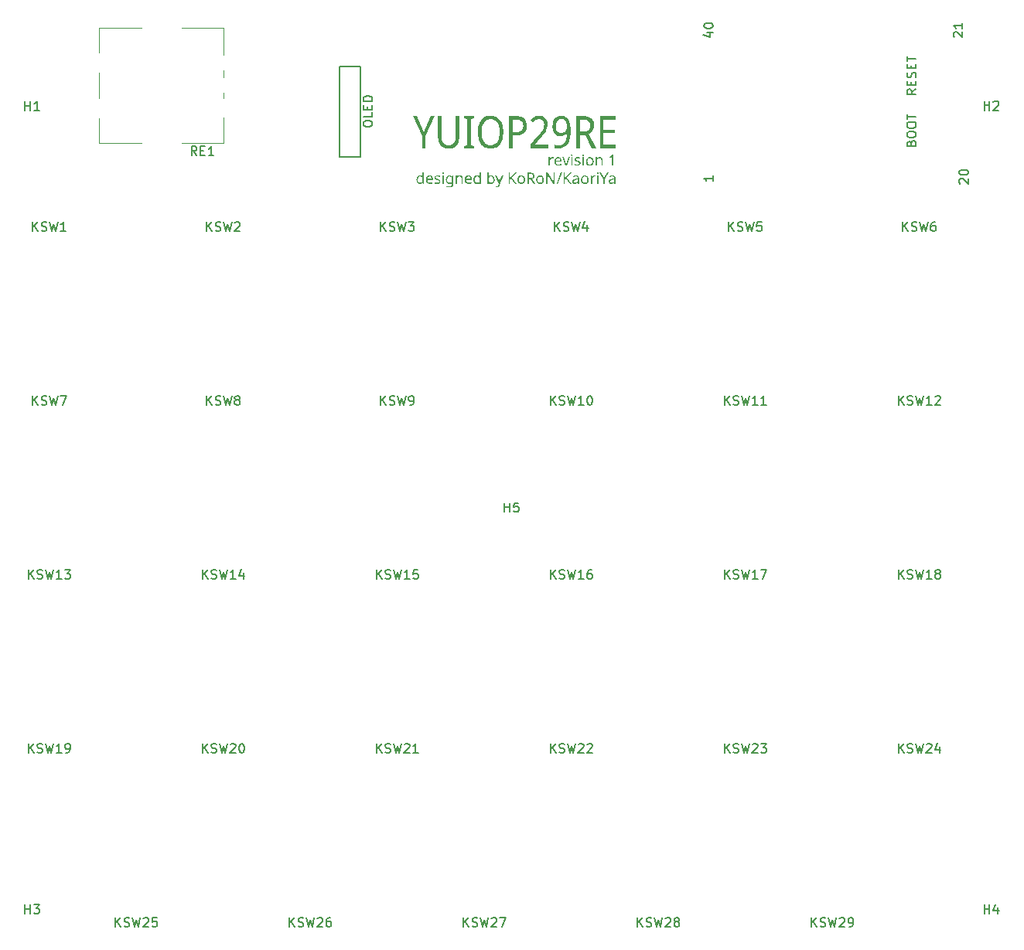
<source format=gbr>
%TF.GenerationSoftware,KiCad,Pcbnew,8.0.4*%
%TF.CreationDate,2024-09-16T13:50:06+09:00*%
%TF.ProjectId,yuiop29re,7975696f-7032-4397-9265-2e6b69636164,1*%
%TF.SameCoordinates,Original*%
%TF.FileFunction,Legend,Top*%
%TF.FilePolarity,Positive*%
%FSLAX46Y46*%
G04 Gerber Fmt 4.6, Leading zero omitted, Abs format (unit mm)*
G04 Created by KiCad (PCBNEW 8.0.4) date 2024-09-16 13:50:06*
%MOMM*%
%LPD*%
G01*
G04 APERTURE LIST*
%ADD10C,0.100000*%
%ADD11C,0.187500*%
%ADD12C,0.150000*%
%ADD13C,0.120000*%
G04 APERTURE END LIST*
D10*
G36*
X140378472Y-55625203D02*
G01*
X141163957Y-53903535D01*
X141572087Y-53903535D01*
X140568248Y-56046644D01*
X140568248Y-57405001D01*
X140187230Y-57405001D01*
X140187230Y-56066305D01*
X139183392Y-53903535D01*
X139597383Y-53903535D01*
X140378472Y-55625203D01*
G37*
G36*
X144261933Y-53903535D02*
G01*
X144261933Y-56173162D01*
X144254330Y-56354433D01*
X144225136Y-56555430D01*
X144174045Y-56738395D01*
X144101058Y-56903327D01*
X144006176Y-57050228D01*
X143950523Y-57116916D01*
X143825519Y-57233413D01*
X143683513Y-57325807D01*
X143524505Y-57394098D01*
X143379011Y-57432595D01*
X143221710Y-57454355D01*
X143087369Y-57459711D01*
X142922756Y-57451258D01*
X142770092Y-57425901D01*
X142602669Y-57373157D01*
X142452454Y-57296071D01*
X142319447Y-57194641D01*
X142240335Y-57113497D01*
X142138240Y-56974360D01*
X142057267Y-56817251D01*
X141997418Y-56642170D01*
X141958692Y-56449118D01*
X141942557Y-56274512D01*
X141939916Y-56163758D01*
X141939916Y-53903535D01*
X142320935Y-53903535D01*
X142320935Y-56178291D01*
X142330332Y-56356752D01*
X142364083Y-56537966D01*
X142422381Y-56694925D01*
X142517306Y-56842509D01*
X142643885Y-56956148D01*
X142782771Y-57025939D01*
X142946478Y-57066344D01*
X143110084Y-57077593D01*
X143265014Y-57066467D01*
X143421898Y-57026502D01*
X143557258Y-56957473D01*
X143683810Y-56845074D01*
X143781215Y-56697918D01*
X143841036Y-56539637D01*
X143875668Y-56355497D01*
X143885311Y-56173162D01*
X143885311Y-53903535D01*
X144261933Y-53903535D01*
G37*
G36*
X145886392Y-57405001D02*
G01*
X144798290Y-57405001D01*
X144798290Y-57150255D01*
X145152198Y-57057077D01*
X145152198Y-54256588D01*
X144798290Y-54158280D01*
X144798290Y-53903535D01*
X145886392Y-53903535D01*
X145886392Y-54158280D01*
X145531752Y-54256588D01*
X145531752Y-57057077D01*
X145886392Y-57150255D01*
X145886392Y-57405001D01*
G37*
G36*
X147864416Y-53856305D02*
G01*
X148014694Y-53878744D01*
X148189726Y-53927831D01*
X148350518Y-54000293D01*
X148497071Y-54096130D01*
X148629384Y-54215342D01*
X148724983Y-54327541D01*
X148830105Y-54486134D01*
X148917410Y-54662719D01*
X148986897Y-54857293D01*
X149029659Y-55025905D01*
X149061017Y-55206032D01*
X149080973Y-55397672D01*
X149089525Y-55600825D01*
X149089881Y-55653413D01*
X149084168Y-55858296D01*
X149067029Y-56051933D01*
X149038464Y-56234324D01*
X148998473Y-56405467D01*
X148932417Y-56603581D01*
X148848507Y-56784122D01*
X148746745Y-56947091D01*
X148724250Y-56977576D01*
X148602870Y-57116472D01*
X148467251Y-57231827D01*
X148317392Y-57323639D01*
X148153294Y-57391911D01*
X147974956Y-57436640D01*
X147822033Y-57455473D01*
X147701361Y-57459711D01*
X147539737Y-57452311D01*
X147387524Y-57430112D01*
X147210492Y-57381551D01*
X147048165Y-57309865D01*
X146900542Y-57215055D01*
X146767624Y-57097121D01*
X146671877Y-56986124D01*
X146567177Y-56828365D01*
X146480223Y-56651614D01*
X146411014Y-56455871D01*
X146368425Y-56285602D01*
X146337192Y-56103178D01*
X146317317Y-55908600D01*
X146308799Y-55701866D01*
X146308478Y-55653413D01*
X146707781Y-55653413D01*
X146713970Y-55862542D01*
X146732539Y-56055560D01*
X146763487Y-56232465D01*
X146816965Y-56423484D01*
X146888268Y-56591302D01*
X146961305Y-56713427D01*
X147064568Y-56837186D01*
X147205749Y-56949210D01*
X147344509Y-57017491D01*
X147499653Y-57060167D01*
X147671180Y-57077237D01*
X147701361Y-57077593D01*
X147874794Y-57064971D01*
X148031844Y-57027103D01*
X148172511Y-56963991D01*
X148315915Y-56858454D01*
X148437020Y-56718556D01*
X148522432Y-56571455D01*
X148590172Y-56400071D01*
X148640241Y-56204404D01*
X148668466Y-56022798D01*
X148684419Y-55824329D01*
X148688346Y-55653413D01*
X148682246Y-55442297D01*
X148663946Y-55248127D01*
X148633445Y-55070904D01*
X148580740Y-54880607D01*
X148510467Y-54714713D01*
X148438486Y-54595109D01*
X148318237Y-54456210D01*
X148175479Y-54351426D01*
X148035199Y-54288765D01*
X147878381Y-54251168D01*
X147705024Y-54238636D01*
X147557616Y-54247444D01*
X147395981Y-54281264D01*
X147250987Y-54340449D01*
X147122633Y-54424999D01*
X146993920Y-54555699D01*
X146961305Y-54599383D01*
X146875146Y-54746354D01*
X146806814Y-54916706D01*
X146756307Y-55110440D01*
X146727835Y-55289745D01*
X146711742Y-55485288D01*
X146707781Y-55653413D01*
X146308478Y-55653413D01*
X146308444Y-55648284D01*
X146314088Y-55440168D01*
X146331021Y-55244100D01*
X146359243Y-55060080D01*
X146398753Y-54888108D01*
X146464015Y-54690086D01*
X146546915Y-54510889D01*
X146647455Y-54350517D01*
X146669679Y-54320702D01*
X146790397Y-54184761D01*
X146926320Y-54071860D01*
X147077449Y-53982001D01*
X147243783Y-53915182D01*
X147387799Y-53878317D01*
X147541546Y-53856198D01*
X147705024Y-53848825D01*
X147864416Y-53856305D01*
G37*
G36*
X150737004Y-53912566D02*
G01*
X150919298Y-53939659D01*
X151081707Y-53984814D01*
X151224228Y-54048031D01*
X151383322Y-54160417D01*
X151507061Y-54304914D01*
X151595447Y-54481520D01*
X151648478Y-54690237D01*
X151665050Y-54867848D01*
X151666155Y-54931065D01*
X151655052Y-55122965D01*
X151621745Y-55297314D01*
X151554821Y-55478539D01*
X151457674Y-55635875D01*
X151350349Y-55751721D01*
X151223155Y-55848753D01*
X151077877Y-55925709D01*
X150914516Y-55982590D01*
X150764568Y-56014655D01*
X150602061Y-56032779D01*
X150463015Y-56037241D01*
X150116434Y-56037241D01*
X150116434Y-57405001D01*
X149737613Y-57405001D01*
X149737613Y-55657687D01*
X150116434Y-55657687D01*
X150419051Y-55657687D01*
X150579029Y-55651797D01*
X150743596Y-55630035D01*
X150902564Y-55585529D01*
X151044289Y-55510426D01*
X151070447Y-55490137D01*
X151177093Y-55365098D01*
X151244241Y-55200489D01*
X151270902Y-55018509D01*
X151272680Y-54950726D01*
X151257842Y-54775140D01*
X151206551Y-54611449D01*
X151107816Y-54469573D01*
X151085101Y-54448074D01*
X150947328Y-54360169D01*
X150788215Y-54308890D01*
X150641460Y-54287239D01*
X150499651Y-54281379D01*
X150116434Y-54281379D01*
X150116434Y-55657687D01*
X149737613Y-55657687D01*
X149737613Y-53903535D01*
X150534822Y-53903535D01*
X150737004Y-53912566D01*
G37*
G36*
X154062910Y-57405001D02*
G01*
X152070621Y-57405001D01*
X152070621Y-57044254D01*
X152859770Y-56116742D01*
X152965167Y-55991686D01*
X153076107Y-55857048D01*
X153184114Y-55721240D01*
X153289079Y-55580290D01*
X153330914Y-55518347D01*
X153415183Y-55373910D01*
X153488073Y-55212511D01*
X153503105Y-55170423D01*
X153545970Y-54996247D01*
X153560202Y-54820923D01*
X153560258Y-54808821D01*
X153543461Y-54631774D01*
X153486824Y-54471810D01*
X153418109Y-54374557D01*
X153285199Y-54273824D01*
X153131601Y-54226420D01*
X153028297Y-54218975D01*
X152880820Y-54230967D01*
X152729031Y-54270704D01*
X152676588Y-54291637D01*
X152535026Y-54369450D01*
X152404287Y-54465706D01*
X152302896Y-54553221D01*
X152105059Y-54262572D01*
X152239076Y-54143377D01*
X152376884Y-54044385D01*
X152518486Y-53965595D01*
X152663879Y-53907008D01*
X152813065Y-53868623D01*
X152966044Y-53850441D01*
X153028297Y-53848825D01*
X153179886Y-53857630D01*
X153341243Y-53890162D01*
X153485909Y-53946665D01*
X153630806Y-54040592D01*
X153695080Y-54099296D01*
X153802791Y-54235858D01*
X153879728Y-54395074D01*
X153925890Y-54576943D01*
X153941037Y-54754662D01*
X153941277Y-54781466D01*
X153929305Y-54965765D01*
X153893389Y-55144984D01*
X153868737Y-55225988D01*
X153804680Y-55387995D01*
X153728039Y-55538403D01*
X153652582Y-55662816D01*
X153556265Y-55800340D01*
X153444570Y-55944382D01*
X153326701Y-56087249D01*
X153210712Y-56222209D01*
X153168981Y-56269760D01*
X152540300Y-56992108D01*
X152540300Y-57010915D01*
X154062910Y-57010915D01*
X154062910Y-57405001D01*
G37*
G36*
X155590924Y-53860312D02*
G01*
X155747789Y-53900696D01*
X155892367Y-53970157D01*
X155981926Y-54032617D01*
X156104061Y-54149322D01*
X156209155Y-54292669D01*
X156288267Y-54442455D01*
X156338765Y-54568608D01*
X156393262Y-54752241D01*
X156428173Y-54925980D01*
X156451164Y-55111909D01*
X156462234Y-55310028D01*
X156463329Y-55398668D01*
X156457919Y-55648247D01*
X156441690Y-55881725D01*
X156414642Y-56099100D01*
X156376775Y-56300374D01*
X156328089Y-56485546D01*
X156268583Y-56654616D01*
X156198258Y-56807584D01*
X156072485Y-57006845D01*
X155922369Y-57169877D01*
X155747909Y-57296679D01*
X155549107Y-57387252D01*
X155403048Y-57427507D01*
X155246169Y-57451660D01*
X155078472Y-57459711D01*
X154925938Y-57454054D01*
X154775809Y-57432783D01*
X154699651Y-57411839D01*
X154699651Y-57041689D01*
X154848515Y-57086101D01*
X155005332Y-57105072D01*
X155070412Y-57106658D01*
X155230879Y-57096827D01*
X155376692Y-57067335D01*
X155523215Y-57010654D01*
X155624355Y-56949365D01*
X155750664Y-56836415D01*
X155856652Y-56695248D01*
X155934666Y-56544072D01*
X155957013Y-56488601D01*
X156008350Y-56324844D01*
X156047322Y-56136189D01*
X156071280Y-55950693D01*
X156084280Y-55776524D01*
X156088172Y-55684188D01*
X156061061Y-55684188D01*
X155965766Y-55822763D01*
X155852439Y-55932668D01*
X155721080Y-56013902D01*
X155571690Y-56066466D01*
X155404267Y-56090358D01*
X155344452Y-56091951D01*
X155178237Y-56078493D01*
X155027730Y-56038119D01*
X154892931Y-55970829D01*
X154758109Y-55860967D01*
X154712840Y-55810705D01*
X154610579Y-55656298D01*
X154545068Y-55499278D01*
X154501926Y-55321805D01*
X154481154Y-55123878D01*
X154479100Y-55032792D01*
X154479301Y-55028518D01*
X154847662Y-55028518D01*
X154859312Y-55211790D01*
X154899584Y-55385131D01*
X154977106Y-55538973D01*
X154994941Y-55562799D01*
X155112126Y-55668412D01*
X155261173Y-55730186D01*
X155424320Y-55748301D01*
X155580717Y-55731612D01*
X155724212Y-55681543D01*
X155762840Y-55661107D01*
X155891232Y-55566025D01*
X155996241Y-55435207D01*
X156001710Y-55426023D01*
X156069174Y-55263398D01*
X156088172Y-55112293D01*
X156076734Y-54937222D01*
X156038530Y-54757601D01*
X156006839Y-54665206D01*
X155929993Y-54510264D01*
X155823164Y-54375906D01*
X155778960Y-54336089D01*
X155642178Y-54253109D01*
X155488285Y-54216597D01*
X155441172Y-54214700D01*
X155293110Y-54231538D01*
X155151574Y-54289741D01*
X155023818Y-54401782D01*
X155003733Y-54427558D01*
X154921430Y-54577708D01*
X154873420Y-54742107D01*
X154851473Y-54911514D01*
X154847662Y-55028518D01*
X154479301Y-55028518D01*
X154488296Y-54837335D01*
X154515885Y-54657446D01*
X154561867Y-54493124D01*
X154638758Y-54321092D01*
X154740684Y-54170248D01*
X154863612Y-54045006D01*
X155003510Y-53950525D01*
X155160378Y-53886805D01*
X155308344Y-53856672D01*
X155441172Y-53848825D01*
X155590924Y-53860312D01*
G37*
G36*
X158077783Y-53909650D02*
G01*
X158231592Y-53927995D01*
X158397366Y-53966153D01*
X158542635Y-54021922D01*
X158686200Y-54109244D01*
X158739184Y-54154006D01*
X158843964Y-54275280D01*
X158923010Y-54420689D01*
X158976319Y-54590233D01*
X159003893Y-54783910D01*
X159008095Y-54905419D01*
X158993354Y-55114048D01*
X158949133Y-55300220D01*
X158875431Y-55463935D01*
X158772248Y-55605194D01*
X158639584Y-55723996D01*
X158477439Y-55820342D01*
X158404327Y-55852593D01*
X159230844Y-57405001D01*
X158787544Y-57405001D01*
X158058479Y-55974837D01*
X157458374Y-55974837D01*
X157458374Y-57405001D01*
X157079553Y-57405001D01*
X157079553Y-55599557D01*
X157458374Y-55599557D01*
X157909735Y-55599557D01*
X158060838Y-55591458D01*
X158210257Y-55562366D01*
X158348685Y-55504348D01*
X158445359Y-55430297D01*
X158541725Y-55294435D01*
X158598090Y-55119582D01*
X158614454Y-54947520D01*
X158614620Y-54926790D01*
X158601057Y-54753112D01*
X158547644Y-54579775D01*
X158443161Y-54439526D01*
X158300678Y-54351921D01*
X158146750Y-54307291D01*
X157981703Y-54288057D01*
X157889218Y-54285653D01*
X157458374Y-54285653D01*
X157458374Y-55599557D01*
X157079553Y-55599557D01*
X157079553Y-53903535D01*
X157909735Y-53903535D01*
X158077783Y-53909650D01*
G37*
G36*
X161374808Y-57405001D02*
G01*
X159690998Y-57405001D01*
X159690998Y-53903535D01*
X161374808Y-53903535D01*
X161374808Y-54293347D01*
X160069819Y-54293347D01*
X160069819Y-55380716D01*
X161297872Y-55380716D01*
X161297872Y-55765398D01*
X160069819Y-55765398D01*
X160069819Y-57015189D01*
X161374808Y-57015189D01*
X161374808Y-57405001D01*
G37*
D11*
G36*
X154484857Y-58376865D02*
G01*
X154544954Y-58379677D01*
X154591249Y-58386830D01*
X154573077Y-58523411D01*
X154514388Y-58513866D01*
X154475185Y-58511980D01*
X154414317Y-58519553D01*
X154357376Y-58542274D01*
X154341828Y-58551547D01*
X154293334Y-58591691D01*
X154257446Y-58639314D01*
X154245987Y-58660284D01*
X154223595Y-58719238D01*
X154213057Y-58778122D01*
X154211403Y-58814450D01*
X154211403Y-59296000D01*
X154062805Y-59296000D01*
X154062805Y-58395623D01*
X154185024Y-58395623D01*
X154201437Y-58558581D01*
X154207885Y-58558581D01*
X154242295Y-58506792D01*
X154284311Y-58459676D01*
X154330691Y-58422880D01*
X154385618Y-58394840D01*
X154444007Y-58379741D01*
X154484857Y-58376865D01*
G37*
G36*
X155151626Y-58380698D02*
G01*
X155217271Y-58394859D01*
X155276295Y-58419455D01*
X155328700Y-58454485D01*
X155362079Y-58485895D01*
X155401594Y-58537270D01*
X155431402Y-58595994D01*
X155449228Y-58652178D01*
X155459924Y-58713762D01*
X155463489Y-58780745D01*
X155463489Y-58869845D01*
X154843601Y-58869845D01*
X154848748Y-58934714D01*
X154860599Y-58992374D01*
X154882352Y-59049444D01*
X154917290Y-59102394D01*
X154921856Y-59107542D01*
X154968459Y-59146787D01*
X155024845Y-59173188D01*
X155083179Y-59185874D01*
X155132003Y-59188728D01*
X155194145Y-59186316D01*
X155253370Y-59179079D01*
X155269756Y-59176125D01*
X155330952Y-59160185D01*
X155390193Y-59139110D01*
X155422163Y-59126006D01*
X155422163Y-59256139D01*
X155367167Y-59277640D01*
X155310472Y-59294886D01*
X155281186Y-59301568D01*
X155218940Y-59310584D01*
X155158352Y-59314294D01*
X155125555Y-59314757D01*
X155064046Y-59311752D01*
X154995902Y-59300212D01*
X154933940Y-59280016D01*
X154878161Y-59251165D01*
X154828565Y-59213658D01*
X154806085Y-59191659D01*
X154766741Y-59142131D01*
X154735537Y-59086091D01*
X154712473Y-59023539D01*
X154697550Y-58954475D01*
X154691331Y-58891947D01*
X154690314Y-58852259D01*
X154692947Y-58786459D01*
X154697372Y-58752022D01*
X154846825Y-58752022D01*
X155307564Y-58752022D01*
X155303241Y-58693477D01*
X155288152Y-58630806D01*
X155259123Y-58575355D01*
X155248946Y-58562685D01*
X155199707Y-58523214D01*
X155142984Y-58503035D01*
X155088332Y-58497912D01*
X155026188Y-58504466D01*
X154967878Y-58526817D01*
X154920098Y-58565030D01*
X154883538Y-58617407D01*
X154860640Y-58675842D01*
X154848450Y-58737244D01*
X154846825Y-58752022D01*
X154697372Y-58752022D01*
X154700847Y-58724982D01*
X154714013Y-58667826D01*
X154736764Y-58604944D01*
X154767099Y-58548286D01*
X154798172Y-58505825D01*
X154841387Y-58461999D01*
X154889918Y-58427240D01*
X154943767Y-58401549D01*
X155002933Y-58384925D01*
X155067415Y-58377369D01*
X155090091Y-58376865D01*
X155151626Y-58380698D01*
G37*
G36*
X155870886Y-59296000D02*
G01*
X155527969Y-58395623D01*
X155687118Y-58395623D01*
X155879093Y-58926118D01*
X155898973Y-58983175D01*
X155918519Y-59042552D01*
X155936050Y-59100932D01*
X155950750Y-59159688D01*
X155951779Y-59164695D01*
X155958227Y-59164695D01*
X155964382Y-59140661D01*
X155973175Y-59111059D01*
X155992862Y-59050835D01*
X156012087Y-58992670D01*
X156030689Y-58936520D01*
X156034138Y-58926118D01*
X156226992Y-58395623D01*
X156385262Y-58395623D01*
X156041465Y-59296000D01*
X155870886Y-59296000D01*
G37*
G36*
X156672198Y-59296000D02*
G01*
X156523601Y-59296000D01*
X156523601Y-58395623D01*
X156672198Y-58395623D01*
X156672198Y-59296000D01*
G37*
G36*
X156512170Y-58152064D02*
G01*
X156526184Y-58093097D01*
X156537083Y-58080256D01*
X156592638Y-58058177D01*
X156599511Y-58057981D01*
X156656630Y-58077559D01*
X156659888Y-58080256D01*
X156685056Y-58134447D01*
X156685973Y-58152064D01*
X156671300Y-58210700D01*
X156659888Y-58223871D01*
X156603800Y-58246643D01*
X156599511Y-58246732D01*
X156541915Y-58227957D01*
X156537083Y-58223871D01*
X156513046Y-58169412D01*
X156512170Y-58152064D01*
G37*
G36*
X157545611Y-59048630D02*
G01*
X157539675Y-59108513D01*
X157518810Y-59167341D01*
X157482921Y-59217127D01*
X157450649Y-59245295D01*
X157398515Y-59275685D01*
X157336783Y-59297392D01*
X157274893Y-59309263D01*
X157215995Y-59314147D01*
X157184522Y-59314757D01*
X157120053Y-59312758D01*
X157060737Y-59306761D01*
X156998045Y-59294712D01*
X156934985Y-59274278D01*
X156900223Y-59257898D01*
X156900223Y-59122782D01*
X156955796Y-59147385D01*
X157019693Y-59169654D01*
X157082581Y-59184996D01*
X157144459Y-59193409D01*
X157188039Y-59195176D01*
X157252061Y-59191656D01*
X157313171Y-59178137D01*
X157350998Y-59159126D01*
X157391019Y-59113563D01*
X157402289Y-59061819D01*
X157384930Y-59004017D01*
X157353049Y-58971254D01*
X157300704Y-58939269D01*
X157243322Y-58912296D01*
X157186701Y-58889233D01*
X157178953Y-58886258D01*
X157119804Y-58862407D01*
X157064603Y-58837765D01*
X157009682Y-58808516D01*
X156999288Y-58801847D01*
X156951944Y-58762079D01*
X156923084Y-58723006D01*
X156902773Y-58664431D01*
X156898758Y-58616614D01*
X156905922Y-58557840D01*
X156930686Y-58501236D01*
X156973138Y-58453792D01*
X156989323Y-58441345D01*
X157045763Y-58410175D01*
X157104885Y-58391033D01*
X157163529Y-58380895D01*
X157228625Y-58376928D01*
X157238451Y-58376865D01*
X157304945Y-58379782D01*
X157369531Y-58388534D01*
X157432210Y-58403119D01*
X157492982Y-58423540D01*
X157526853Y-58437828D01*
X157476441Y-58555651D01*
X157417579Y-58533153D01*
X157361269Y-58516181D01*
X157300040Y-58503550D01*
X157235143Y-58497968D01*
X157228193Y-58497912D01*
X157165214Y-58502033D01*
X157107576Y-58517260D01*
X157088095Y-58527221D01*
X157047039Y-58572329D01*
X157040321Y-58607528D01*
X157057992Y-58665218D01*
X157081354Y-58689593D01*
X157133022Y-58720186D01*
X157189988Y-58746240D01*
X157246283Y-58769261D01*
X157273622Y-58779866D01*
X157332434Y-58803001D01*
X157386851Y-58827673D01*
X157440391Y-58858121D01*
X157487432Y-58896736D01*
X157520112Y-58939893D01*
X157540730Y-58996514D01*
X157545611Y-59048630D01*
G37*
G36*
X157909044Y-59296000D02*
G01*
X157760447Y-59296000D01*
X157760447Y-58395623D01*
X157909044Y-58395623D01*
X157909044Y-59296000D01*
G37*
G36*
X157749016Y-58152064D02*
G01*
X157763029Y-58093097D01*
X157773929Y-58080256D01*
X157829484Y-58058177D01*
X157836357Y-58057981D01*
X157893476Y-58077559D01*
X157896734Y-58080256D01*
X157921902Y-58134447D01*
X157922819Y-58152064D01*
X157908146Y-58210700D01*
X157896734Y-58223871D01*
X157840646Y-58246643D01*
X157836357Y-58246732D01*
X157778760Y-58227957D01*
X157773929Y-58223871D01*
X157749892Y-58169412D01*
X157749016Y-58152064D01*
G37*
G36*
X158632416Y-58381285D02*
G01*
X158695793Y-58394546D01*
X158753646Y-58416649D01*
X158805977Y-58447591D01*
X158852784Y-58487375D01*
X158867160Y-58502601D01*
X158905408Y-58552915D01*
X158935743Y-58609557D01*
X158958165Y-58672524D01*
X158970804Y-58729830D01*
X158977948Y-58791530D01*
X158979707Y-58844053D01*
X158976966Y-58911011D01*
X158968745Y-58973219D01*
X158955042Y-59030675D01*
X158931363Y-59093351D01*
X158899792Y-59149185D01*
X158867453Y-59190487D01*
X158822448Y-59232719D01*
X158771406Y-59266214D01*
X158714325Y-59290971D01*
X158651206Y-59306990D01*
X158582049Y-59314272D01*
X158557655Y-59314757D01*
X158497993Y-59311185D01*
X158435033Y-59298627D01*
X158376478Y-59277028D01*
X158339888Y-59257605D01*
X158290068Y-59221373D01*
X158247111Y-59177305D01*
X158211016Y-59125402D01*
X158193929Y-59093180D01*
X158171617Y-59037383D01*
X158155680Y-58977263D01*
X158146118Y-58912819D01*
X158142981Y-58852885D01*
X158142933Y-58844346D01*
X158296218Y-58844346D01*
X158298577Y-58905428D01*
X158307295Y-58969397D01*
X158325123Y-59032888D01*
X158351341Y-59086121D01*
X158363336Y-59103438D01*
X158406144Y-59146226D01*
X158459060Y-59175010D01*
X158522084Y-59189791D01*
X158561465Y-59191952D01*
X158622355Y-59186420D01*
X158681572Y-59166971D01*
X158730959Y-59133519D01*
X158758423Y-59103438D01*
X158791151Y-59047158D01*
X158811251Y-58986232D01*
X158821895Y-58924506D01*
X158825862Y-58865347D01*
X158826127Y-58844346D01*
X158823736Y-58783346D01*
X158814905Y-58719681D01*
X158796843Y-58656813D01*
X158770282Y-58604496D01*
X158758130Y-58587598D01*
X158714897Y-58545944D01*
X158661695Y-58517922D01*
X158598523Y-58503532D01*
X158559121Y-58501429D01*
X158497503Y-58506787D01*
X158432034Y-58528554D01*
X158379402Y-58567065D01*
X158339607Y-58622320D01*
X158317014Y-58678580D01*
X158302636Y-58745556D01*
X158296474Y-58823248D01*
X158296218Y-58844346D01*
X158142933Y-58844346D01*
X158142931Y-58844053D01*
X158145628Y-58777467D01*
X158153721Y-58715648D01*
X158167210Y-58658594D01*
X158190517Y-58596419D01*
X158221594Y-58541107D01*
X158253426Y-58500256D01*
X158297994Y-58458322D01*
X158348828Y-58425065D01*
X158405925Y-58400483D01*
X158469288Y-58384577D01*
X158538916Y-58377347D01*
X158563517Y-58376865D01*
X158632416Y-58381285D01*
G37*
G36*
X159826155Y-59296000D02*
G01*
X159826155Y-58719196D01*
X159821346Y-58655843D01*
X159804949Y-58598916D01*
X159776915Y-58555357D01*
X159727956Y-58520441D01*
X159666448Y-58504009D01*
X159623336Y-58501429D01*
X159558489Y-58506228D01*
X159496923Y-58523101D01*
X159442655Y-58556097D01*
X159421102Y-58578219D01*
X159390641Y-58629064D01*
X159371934Y-58687105D01*
X159362026Y-58747809D01*
X159358334Y-58807208D01*
X159358088Y-58828519D01*
X159358088Y-59296000D01*
X159209490Y-59296000D01*
X159209490Y-58395623D01*
X159329072Y-58395623D01*
X159351347Y-58516669D01*
X159359553Y-58516669D01*
X159399359Y-58467546D01*
X159445892Y-58430960D01*
X159477376Y-58413501D01*
X159536493Y-58391176D01*
X159594522Y-58379763D01*
X159644731Y-58376865D01*
X159704240Y-58379698D01*
X159766010Y-58390167D01*
X159826506Y-58411576D01*
X159876231Y-58443061D01*
X159892100Y-58457465D01*
X159931204Y-58509874D01*
X159955219Y-58568332D01*
X159967938Y-58628649D01*
X159972678Y-58687158D01*
X159972994Y-58708058D01*
X159972994Y-59296000D01*
X159826155Y-59296000D01*
G37*
G36*
X161139204Y-59296000D02*
G01*
X160994124Y-59296000D01*
X160994124Y-58458637D01*
X160994634Y-58397146D01*
X160996164Y-58338297D01*
X160999061Y-58276009D01*
X161000572Y-58252008D01*
X160957584Y-58293137D01*
X160951040Y-58298609D01*
X160902613Y-58339411D01*
X160857427Y-58377197D01*
X160810226Y-58416411D01*
X160767271Y-58451896D01*
X160689895Y-58351073D01*
X161016399Y-58095497D01*
X161139204Y-58095497D01*
X161139204Y-59296000D01*
G37*
D10*
G36*
X140386867Y-61296000D02*
G01*
X140267285Y-61296000D01*
X140245010Y-61177004D01*
X140238562Y-61177004D01*
X140199716Y-61223819D01*
X140146217Y-61266194D01*
X140093351Y-61292023D01*
X140034014Y-61308166D01*
X139968205Y-61314623D01*
X139956608Y-61314757D01*
X139893225Y-61310471D01*
X139835406Y-61297612D01*
X139774983Y-61271774D01*
X139722133Y-61234267D01*
X139682861Y-61192831D01*
X139649792Y-61143544D01*
X139623565Y-61087126D01*
X139604180Y-61023578D01*
X139593252Y-60965174D01*
X139587075Y-60901819D01*
X139585645Y-60850794D01*
X139738841Y-60850794D01*
X139741026Y-60910917D01*
X139749096Y-60973847D01*
X139765601Y-61036253D01*
X139793453Y-61094329D01*
X139800977Y-61105490D01*
X139845318Y-61151085D01*
X139900307Y-61179793D01*
X139958901Y-61191192D01*
X139980349Y-61191952D01*
X140043345Y-61187354D01*
X140103312Y-61171190D01*
X140156400Y-61139579D01*
X140177599Y-61118386D01*
X140210520Y-61063008D01*
X140228079Y-61005434D01*
X140237040Y-60945379D01*
X140239967Y-60886715D01*
X140240028Y-60876293D01*
X140240028Y-60849035D01*
X140237812Y-60782066D01*
X140231166Y-60722722D01*
X140217813Y-60663124D01*
X140195167Y-60607721D01*
X140177013Y-60579977D01*
X140130559Y-60537628D01*
X140076662Y-60512924D01*
X140019138Y-60501631D01*
X139978590Y-60499670D01*
X139918374Y-60506880D01*
X139861038Y-60531805D01*
X139813777Y-60574532D01*
X139801563Y-60590822D01*
X139771243Y-60648119D01*
X139752623Y-60709444D01*
X139742761Y-60771128D01*
X139739086Y-60829960D01*
X139738841Y-60850794D01*
X139585645Y-60850794D01*
X139585555Y-60847570D01*
X139587937Y-60780618D01*
X139595086Y-60718432D01*
X139607000Y-60661012D01*
X139627587Y-60598398D01*
X139655037Y-60542646D01*
X139683154Y-60501429D01*
X139729769Y-60452893D01*
X139783957Y-60416278D01*
X139845718Y-60391584D01*
X139904685Y-60379906D01*
X139958074Y-60376865D01*
X140023470Y-60381563D01*
X140082931Y-60395659D01*
X140144800Y-60423982D01*
X140198592Y-60465094D01*
X140238269Y-60510515D01*
X140249114Y-60510515D01*
X140242880Y-60450889D01*
X140242372Y-60444862D01*
X140238413Y-60385849D01*
X140238269Y-60378330D01*
X140238269Y-60020466D01*
X140386867Y-60020466D01*
X140386867Y-61296000D01*
G37*
G36*
X141079721Y-60380698D02*
G01*
X141145365Y-60394859D01*
X141204390Y-60419455D01*
X141256795Y-60454485D01*
X141290174Y-60485895D01*
X141329688Y-60537270D01*
X141359497Y-60595994D01*
X141377323Y-60652178D01*
X141388019Y-60713762D01*
X141391584Y-60780745D01*
X141391584Y-60869845D01*
X140771696Y-60869845D01*
X140776843Y-60934714D01*
X140788694Y-60992374D01*
X140810447Y-61049444D01*
X140845385Y-61102394D01*
X140849951Y-61107542D01*
X140896553Y-61146787D01*
X140952939Y-61173188D01*
X141011274Y-61185874D01*
X141060097Y-61188728D01*
X141122240Y-61186316D01*
X141181465Y-61179079D01*
X141197850Y-61176125D01*
X141259047Y-61160185D01*
X141318288Y-61139110D01*
X141350258Y-61126006D01*
X141350258Y-61256139D01*
X141295262Y-61277640D01*
X141238567Y-61294886D01*
X141209281Y-61301568D01*
X141147035Y-61310584D01*
X141086447Y-61314294D01*
X141053649Y-61314757D01*
X140992140Y-61311752D01*
X140923997Y-61300212D01*
X140862035Y-61280016D01*
X140806256Y-61251165D01*
X140756660Y-61213658D01*
X140734180Y-61191659D01*
X140694836Y-61142131D01*
X140663632Y-61086091D01*
X140640568Y-61023539D01*
X140625644Y-60954475D01*
X140619426Y-60891947D01*
X140618409Y-60852259D01*
X140621042Y-60786459D01*
X140625467Y-60752022D01*
X140774920Y-60752022D01*
X141235659Y-60752022D01*
X141231336Y-60693477D01*
X141216247Y-60630806D01*
X141187218Y-60575355D01*
X141177041Y-60562685D01*
X141127802Y-60523214D01*
X141071079Y-60503035D01*
X141016427Y-60497912D01*
X140954282Y-60504466D01*
X140895973Y-60526817D01*
X140848192Y-60565030D01*
X140811633Y-60617407D01*
X140788735Y-60675842D01*
X140776545Y-60737244D01*
X140774920Y-60752022D01*
X140625467Y-60752022D01*
X140628942Y-60724982D01*
X140642108Y-60667826D01*
X140664859Y-60604944D01*
X140695194Y-60548286D01*
X140726266Y-60505825D01*
X140769481Y-60461999D01*
X140818013Y-60427240D01*
X140871862Y-60401549D01*
X140931027Y-60384925D01*
X140995510Y-60377369D01*
X141018185Y-60376865D01*
X141079721Y-60380698D01*
G37*
G36*
X142205206Y-61048630D02*
G01*
X142199271Y-61108513D01*
X142178405Y-61167341D01*
X142142516Y-61217127D01*
X142110244Y-61245295D01*
X142058110Y-61275685D01*
X141996378Y-61297392D01*
X141934488Y-61309263D01*
X141875591Y-61314147D01*
X141844117Y-61314757D01*
X141779648Y-61312758D01*
X141720332Y-61306761D01*
X141657640Y-61294712D01*
X141594580Y-61274278D01*
X141559818Y-61257898D01*
X141559818Y-61122782D01*
X141615391Y-61147385D01*
X141679289Y-61169654D01*
X141742176Y-61184996D01*
X141804054Y-61193409D01*
X141847634Y-61195176D01*
X141911656Y-61191656D01*
X141972766Y-61178137D01*
X142010593Y-61159126D01*
X142050614Y-61113563D01*
X142061884Y-61061819D01*
X142044525Y-61004017D01*
X142012645Y-60971254D01*
X141960299Y-60939269D01*
X141902917Y-60912296D01*
X141846296Y-60889233D01*
X141838548Y-60886258D01*
X141779399Y-60862407D01*
X141724198Y-60837765D01*
X141669277Y-60808516D01*
X141658883Y-60801847D01*
X141611539Y-60762079D01*
X141582679Y-60723006D01*
X141562368Y-60664431D01*
X141558353Y-60616614D01*
X141565517Y-60557840D01*
X141590281Y-60501236D01*
X141632733Y-60453792D01*
X141648918Y-60441345D01*
X141705358Y-60410175D01*
X141764480Y-60391033D01*
X141823124Y-60380895D01*
X141888220Y-60376928D01*
X141898046Y-60376865D01*
X141964540Y-60379782D01*
X142029126Y-60388534D01*
X142091806Y-60403119D01*
X142152577Y-60423540D01*
X142186448Y-60437828D01*
X142136036Y-60555651D01*
X142077174Y-60533153D01*
X142020864Y-60516181D01*
X141959635Y-60503550D01*
X141894738Y-60497968D01*
X141887788Y-60497912D01*
X141824810Y-60502033D01*
X141767171Y-60517260D01*
X141747690Y-60527221D01*
X141706634Y-60572329D01*
X141699916Y-60607528D01*
X141717587Y-60665218D01*
X141740949Y-60689593D01*
X141792617Y-60720186D01*
X141849583Y-60746240D01*
X141905879Y-60769261D01*
X141933217Y-60779866D01*
X141992029Y-60803001D01*
X142046446Y-60827673D01*
X142099986Y-60858121D01*
X142147027Y-60896736D01*
X142179707Y-60939893D01*
X142200325Y-60996514D01*
X142205206Y-61048630D01*
G37*
G36*
X142568639Y-61296000D02*
G01*
X142420042Y-61296000D01*
X142420042Y-60395623D01*
X142568639Y-60395623D01*
X142568639Y-61296000D01*
G37*
G36*
X142408611Y-60152064D02*
G01*
X142422625Y-60093097D01*
X142433524Y-60080256D01*
X142489079Y-60058177D01*
X142495952Y-60057981D01*
X142553071Y-60077559D01*
X142556329Y-60080256D01*
X142581497Y-60134447D01*
X142582414Y-60152064D01*
X142567741Y-60210700D01*
X142556329Y-60223871D01*
X142500241Y-60246643D01*
X142495952Y-60246732D01*
X142438356Y-60227957D01*
X142433524Y-60223871D01*
X142409487Y-60169412D01*
X142408611Y-60152064D01*
G37*
G36*
X143239536Y-60381677D02*
G01*
X143299577Y-60396113D01*
X143353704Y-60420173D01*
X143401916Y-60453856D01*
X143444214Y-60497164D01*
X143456999Y-60513739D01*
X143466085Y-60513739D01*
X143486015Y-60395623D01*
X143603838Y-60395623D01*
X143603838Y-61317102D01*
X143600376Y-61386791D01*
X143589989Y-61449680D01*
X143572679Y-61505768D01*
X143543731Y-61562609D01*
X143505359Y-61610193D01*
X143457043Y-61648566D01*
X143398265Y-61677513D01*
X143339556Y-61694824D01*
X143273161Y-61705210D01*
X143211959Y-61708576D01*
X143199079Y-61708672D01*
X143138965Y-61707263D01*
X143071343Y-61701850D01*
X143008647Y-61692377D01*
X142950876Y-61678844D01*
X142889701Y-61657925D01*
X142873454Y-61650933D01*
X142873454Y-61514060D01*
X142934508Y-61541697D01*
X142992176Y-61559983D01*
X143054770Y-61573282D01*
X143122288Y-61581594D01*
X143182316Y-61584711D01*
X143207285Y-61584988D01*
X143268416Y-61579563D01*
X143327367Y-61560809D01*
X143376872Y-61528661D01*
X143389881Y-61516404D01*
X143425275Y-61468599D01*
X143447561Y-61410548D01*
X143456409Y-61349540D01*
X143456999Y-61327360D01*
X143456999Y-61291310D01*
X143461982Y-61178763D01*
X143455534Y-61178763D01*
X143417721Y-61224980D01*
X143364986Y-61266814D01*
X143302966Y-61295633D01*
X143242416Y-61309976D01*
X143175045Y-61314757D01*
X143111919Y-61310461D01*
X143054214Y-61297570D01*
X142993740Y-61271670D01*
X142940644Y-61234074D01*
X142901005Y-61192538D01*
X142867537Y-61143082D01*
X142840994Y-61086599D01*
X142821375Y-61023089D01*
X142810316Y-60964796D01*
X142804065Y-60901622D01*
X142802576Y-60849328D01*
X142955813Y-60849328D01*
X142957946Y-60909504D01*
X142965826Y-60972623D01*
X142981941Y-61035418D01*
X143009136Y-61094151D01*
X143016483Y-61105490D01*
X143060212Y-61152013D01*
X143115561Y-61181305D01*
X143175312Y-61192935D01*
X143197320Y-61193711D01*
X143261086Y-61189113D01*
X143321655Y-61172948D01*
X143375087Y-61141338D01*
X143396329Y-61120145D01*
X143429250Y-61065253D01*
X143446808Y-61008769D01*
X143455770Y-60950179D01*
X143458758Y-60883034D01*
X143458758Y-60847570D01*
X143456553Y-60783019D01*
X143448406Y-60716513D01*
X143434257Y-60659487D01*
X143407245Y-60600100D01*
X143396036Y-60583787D01*
X143349365Y-60540356D01*
X143294586Y-60515021D01*
X143235734Y-60503439D01*
X143194096Y-60501429D01*
X143134186Y-60508569D01*
X143077136Y-60533253D01*
X143030104Y-60575568D01*
X143017948Y-60591701D01*
X142987912Y-60648576D01*
X142969466Y-60709370D01*
X142959696Y-60770468D01*
X142955873Y-60838944D01*
X142955813Y-60849328D01*
X142802576Y-60849328D01*
X142802526Y-60847570D01*
X142804952Y-60781504D01*
X142812229Y-60719960D01*
X142827365Y-60652078D01*
X142849488Y-60590707D01*
X142878597Y-60535849D01*
X142901884Y-60502894D01*
X142948845Y-60453787D01*
X143002791Y-60416741D01*
X143063721Y-60391757D01*
X143121506Y-60379942D01*
X143173580Y-60376865D01*
X143239536Y-60381677D01*
G37*
G36*
X144502163Y-61296000D02*
G01*
X144502163Y-60719196D01*
X144497355Y-60655843D01*
X144480957Y-60598916D01*
X144452924Y-60555357D01*
X144403964Y-60520441D01*
X144342456Y-60504009D01*
X144299344Y-60501429D01*
X144234497Y-60506228D01*
X144172931Y-60523101D01*
X144118663Y-60556097D01*
X144097111Y-60578219D01*
X144066650Y-60629064D01*
X144047942Y-60687105D01*
X144038035Y-60747809D01*
X144034342Y-60807208D01*
X144034096Y-60828519D01*
X144034096Y-61296000D01*
X143885499Y-61296000D01*
X143885499Y-60395623D01*
X144005080Y-60395623D01*
X144027355Y-60516669D01*
X144035562Y-60516669D01*
X144075368Y-60467546D01*
X144121900Y-60430960D01*
X144153384Y-60413501D01*
X144212502Y-60391176D01*
X144270531Y-60379763D01*
X144320739Y-60376865D01*
X144380249Y-60379698D01*
X144442018Y-60390167D01*
X144502514Y-60411576D01*
X144552239Y-60443061D01*
X144568109Y-60457465D01*
X144607212Y-60509874D01*
X144631227Y-60568332D01*
X144643946Y-60628649D01*
X144648686Y-60687158D01*
X144649002Y-60708058D01*
X144649002Y-61296000D01*
X144502163Y-61296000D01*
G37*
G36*
X145334236Y-60380698D02*
G01*
X145399880Y-60394859D01*
X145458905Y-60419455D01*
X145511310Y-60454485D01*
X145544689Y-60485895D01*
X145584203Y-60537270D01*
X145614012Y-60595994D01*
X145631838Y-60652178D01*
X145642534Y-60713762D01*
X145646099Y-60780745D01*
X145646099Y-60869845D01*
X145026211Y-60869845D01*
X145031358Y-60934714D01*
X145043209Y-60992374D01*
X145064962Y-61049444D01*
X145099900Y-61102394D01*
X145104466Y-61107542D01*
X145151068Y-61146787D01*
X145207454Y-61173188D01*
X145265789Y-61185874D01*
X145314612Y-61188728D01*
X145376755Y-61186316D01*
X145435980Y-61179079D01*
X145452365Y-61176125D01*
X145513562Y-61160185D01*
X145572803Y-61139110D01*
X145604773Y-61126006D01*
X145604773Y-61256139D01*
X145549777Y-61277640D01*
X145493082Y-61294886D01*
X145463796Y-61301568D01*
X145401550Y-61310584D01*
X145340962Y-61314294D01*
X145308164Y-61314757D01*
X145246655Y-61311752D01*
X145178512Y-61300212D01*
X145116550Y-61280016D01*
X145060771Y-61251165D01*
X145011175Y-61213658D01*
X144988695Y-61191659D01*
X144949351Y-61142131D01*
X144918147Y-61086091D01*
X144895083Y-61023539D01*
X144880159Y-60954475D01*
X144873941Y-60891947D01*
X144872924Y-60852259D01*
X144875557Y-60786459D01*
X144879982Y-60752022D01*
X145029435Y-60752022D01*
X145490174Y-60752022D01*
X145485851Y-60693477D01*
X145470762Y-60630806D01*
X145441733Y-60575355D01*
X145431556Y-60562685D01*
X145382317Y-60523214D01*
X145325594Y-60503035D01*
X145270942Y-60497912D01*
X145208797Y-60504466D01*
X145150488Y-60526817D01*
X145102707Y-60565030D01*
X145066148Y-60617407D01*
X145043250Y-60675842D01*
X145031060Y-60737244D01*
X145029435Y-60752022D01*
X144879982Y-60752022D01*
X144883457Y-60724982D01*
X144896623Y-60667826D01*
X144919374Y-60604944D01*
X144949709Y-60548286D01*
X144980781Y-60505825D01*
X145023996Y-60461999D01*
X145072528Y-60427240D01*
X145126377Y-60401549D01*
X145185542Y-60384925D01*
X145250025Y-60377369D01*
X145272700Y-60376865D01*
X145334236Y-60380698D01*
G37*
G36*
X146621507Y-61296000D02*
G01*
X146501926Y-61296000D01*
X146479651Y-61177004D01*
X146473203Y-61177004D01*
X146434357Y-61223819D01*
X146380858Y-61266194D01*
X146327992Y-61292023D01*
X146268654Y-61308166D01*
X146202846Y-61314623D01*
X146191249Y-61314757D01*
X146127866Y-61310471D01*
X146070046Y-61297612D01*
X146009623Y-61271774D01*
X145956773Y-61234267D01*
X145917502Y-61192831D01*
X145884433Y-61143544D01*
X145858205Y-61087126D01*
X145838820Y-61023578D01*
X145827892Y-60965174D01*
X145821716Y-60901819D01*
X145820285Y-60850794D01*
X145973482Y-60850794D01*
X145975666Y-60910917D01*
X145983737Y-60973847D01*
X146000241Y-61036253D01*
X146028093Y-61094329D01*
X146035617Y-61105490D01*
X146079959Y-61151085D01*
X146134948Y-61179793D01*
X146193542Y-61191192D01*
X146214989Y-61191952D01*
X146277986Y-61187354D01*
X146337952Y-61171190D01*
X146391041Y-61139579D01*
X146412240Y-61118386D01*
X146445161Y-61063008D01*
X146462719Y-61005434D01*
X146471681Y-60945379D01*
X146474607Y-60886715D01*
X146474668Y-60876293D01*
X146474668Y-60849035D01*
X146472453Y-60782066D01*
X146465807Y-60722722D01*
X146452453Y-60663124D01*
X146429807Y-60607721D01*
X146411654Y-60579977D01*
X146365200Y-60537628D01*
X146311302Y-60512924D01*
X146253778Y-60501631D01*
X146213231Y-60499670D01*
X146153014Y-60506880D01*
X146095678Y-60531805D01*
X146048417Y-60574532D01*
X146036204Y-60590822D01*
X146005884Y-60648119D01*
X145987264Y-60709444D01*
X145977402Y-60771128D01*
X145973727Y-60829960D01*
X145973482Y-60850794D01*
X145820285Y-60850794D01*
X145820195Y-60847570D01*
X145822578Y-60780618D01*
X145829726Y-60718432D01*
X145841640Y-60661012D01*
X145862228Y-60598398D01*
X145889678Y-60542646D01*
X145917795Y-60501429D01*
X145964409Y-60452893D01*
X146018597Y-60416278D01*
X146080359Y-60391584D01*
X146139325Y-60379906D01*
X146192714Y-60376865D01*
X146258110Y-60381563D01*
X146317571Y-60395659D01*
X146379441Y-60423982D01*
X146433233Y-60465094D01*
X146472910Y-60510515D01*
X146483754Y-60510515D01*
X146477520Y-60450889D01*
X146477013Y-60444862D01*
X146473054Y-60385849D01*
X146472910Y-60378330D01*
X146472910Y-60020466D01*
X146621507Y-60020466D01*
X146621507Y-61296000D01*
G37*
G36*
X147487885Y-60328212D02*
G01*
X147486916Y-60391483D01*
X147484006Y-60454754D01*
X147479679Y-60512273D01*
X147487885Y-60512273D01*
X147525598Y-60466255D01*
X147578243Y-60424602D01*
X147640201Y-60395907D01*
X147700720Y-60381625D01*
X147768081Y-60376865D01*
X147832261Y-60381203D01*
X147890712Y-60394217D01*
X147951664Y-60420365D01*
X148004818Y-60458322D01*
X148044173Y-60500256D01*
X148077242Y-60549970D01*
X148103469Y-60606566D01*
X148122854Y-60670046D01*
X148133782Y-60728203D01*
X148139959Y-60791140D01*
X148141479Y-60844932D01*
X148139061Y-60912608D01*
X148131805Y-60975317D01*
X148119712Y-61033061D01*
X148098816Y-61095799D01*
X148070954Y-61151386D01*
X148042414Y-61192245D01*
X147995527Y-61239982D01*
X147941291Y-61275994D01*
X147879706Y-61300281D01*
X147821069Y-61311766D01*
X147768081Y-61314757D01*
X147707533Y-61310878D01*
X147646774Y-61297799D01*
X147604829Y-61281931D01*
X147550839Y-61249701D01*
X147505556Y-61206829D01*
X147487592Y-61183452D01*
X147476162Y-61183452D01*
X147461055Y-61240653D01*
X147445680Y-61296000D01*
X147339288Y-61296000D01*
X147339288Y-60839949D01*
X147487885Y-60839949D01*
X147487885Y-60846690D01*
X147490008Y-60912643D01*
X147496376Y-60971135D01*
X147509171Y-61029947D01*
X147530868Y-61084728D01*
X147548262Y-61112231D01*
X147593709Y-61154271D01*
X147647482Y-61178795D01*
X147705519Y-61190006D01*
X147746685Y-61191952D01*
X147810353Y-61184858D01*
X147869567Y-61160334D01*
X147916645Y-61118294D01*
X147928402Y-61102266D01*
X147957304Y-61045535D01*
X147975055Y-60984558D01*
X147984455Y-60923059D01*
X147987959Y-60864295D01*
X147988192Y-60843466D01*
X147986070Y-60781979D01*
X147978228Y-60717901D01*
X147962190Y-60654768D01*
X147935127Y-60596617D01*
X147927816Y-60585546D01*
X147883995Y-60540260D01*
X147827638Y-60511746D01*
X147766198Y-60500425D01*
X147743461Y-60499670D01*
X147679860Y-60504524D01*
X147619870Y-60521590D01*
X147567572Y-60554964D01*
X147547090Y-60577339D01*
X147518470Y-60629514D01*
X147500894Y-60690138D01*
X147491586Y-60754183D01*
X147488117Y-60817251D01*
X147487885Y-60839949D01*
X147339288Y-60839949D01*
X147339288Y-60020466D01*
X147487885Y-60020466D01*
X147487885Y-60328212D01*
G37*
G36*
X148214166Y-60395623D02*
G01*
X148373315Y-60395623D01*
X148568513Y-60906188D01*
X148590025Y-60965594D01*
X148610876Y-61026983D01*
X148629107Y-61086700D01*
X148643498Y-61145685D01*
X148644424Y-61150626D01*
X148650872Y-61150626D01*
X148667725Y-61092283D01*
X148684871Y-61037493D01*
X148703459Y-60979942D01*
X148723333Y-60921102D01*
X148729127Y-60904722D01*
X148912896Y-60395623D01*
X149072924Y-60395623D01*
X148683112Y-61427891D01*
X148657212Y-61489590D01*
X148629265Y-61543127D01*
X148594817Y-61594317D01*
X148552867Y-61639163D01*
X148547997Y-61643313D01*
X148495452Y-61677780D01*
X148435638Y-61699481D01*
X148375589Y-61708098D01*
X148354264Y-61708672D01*
X148292641Y-61705155D01*
X148231458Y-61694604D01*
X148231458Y-61576781D01*
X148292641Y-61585569D01*
X148330230Y-61586746D01*
X148392024Y-61577795D01*
X148444416Y-61550940D01*
X148450691Y-61546006D01*
X148490553Y-61502145D01*
X148521340Y-61446246D01*
X148531584Y-61420856D01*
X148578479Y-61296000D01*
X148214166Y-60395623D01*
G37*
G36*
X150549518Y-61296000D02*
G01*
X150370733Y-61296000D01*
X149942819Y-60722420D01*
X149820014Y-60830277D01*
X149820014Y-61296000D01*
X149668485Y-61296000D01*
X149668485Y-60095497D01*
X149820014Y-60095497D01*
X149820014Y-60686956D01*
X149923768Y-60572943D01*
X150353440Y-60095497D01*
X150530760Y-60095497D01*
X150053315Y-60617786D01*
X150549518Y-61296000D01*
G37*
G36*
X151126931Y-60381285D02*
G01*
X151190308Y-60394546D01*
X151248161Y-60416649D01*
X151300492Y-60447591D01*
X151347299Y-60487375D01*
X151361675Y-60502601D01*
X151399923Y-60552915D01*
X151430258Y-60609557D01*
X151452679Y-60672524D01*
X151465319Y-60729830D01*
X151472463Y-60791530D01*
X151474222Y-60844053D01*
X151471481Y-60911011D01*
X151463259Y-60973219D01*
X151449557Y-61030675D01*
X151425878Y-61093351D01*
X151394306Y-61149185D01*
X151361968Y-61190487D01*
X151316963Y-61232719D01*
X151265921Y-61266214D01*
X151208840Y-61290971D01*
X151145721Y-61306990D01*
X151076564Y-61314272D01*
X151052170Y-61314757D01*
X150992508Y-61311185D01*
X150929548Y-61298627D01*
X150870993Y-61277028D01*
X150834403Y-61257605D01*
X150784583Y-61221373D01*
X150741626Y-61177305D01*
X150705531Y-61125402D01*
X150688444Y-61093180D01*
X150666132Y-61037383D01*
X150650195Y-60977263D01*
X150640633Y-60912819D01*
X150637496Y-60852885D01*
X150637448Y-60844346D01*
X150790733Y-60844346D01*
X150793092Y-60905428D01*
X150801810Y-60969397D01*
X150819638Y-61032888D01*
X150845856Y-61086121D01*
X150857850Y-61103438D01*
X150900658Y-61146226D01*
X150953575Y-61175010D01*
X151016599Y-61189791D01*
X151055980Y-61191952D01*
X151116870Y-61186420D01*
X151176087Y-61166971D01*
X151225474Y-61133519D01*
X151252938Y-61103438D01*
X151285666Y-61047158D01*
X151305765Y-60986232D01*
X151316410Y-60924506D01*
X151320377Y-60865347D01*
X151320642Y-60844346D01*
X151318251Y-60783346D01*
X151309420Y-60719681D01*
X151291358Y-60656813D01*
X151264796Y-60604496D01*
X151252645Y-60587598D01*
X151209412Y-60545944D01*
X151156210Y-60517922D01*
X151093038Y-60503532D01*
X151053636Y-60501429D01*
X150992018Y-60506787D01*
X150926549Y-60528554D01*
X150873917Y-60567065D01*
X150834122Y-60622320D01*
X150811529Y-60678580D01*
X150797151Y-60745556D01*
X150790989Y-60823248D01*
X150790733Y-60844346D01*
X150637448Y-60844346D01*
X150637446Y-60844053D01*
X150640143Y-60777467D01*
X150648236Y-60715648D01*
X150661724Y-60658594D01*
X150685032Y-60596419D01*
X150716109Y-60541107D01*
X150747941Y-60500256D01*
X150792509Y-60458322D01*
X150843342Y-60425065D01*
X150900440Y-60400483D01*
X150963803Y-60384577D01*
X151033431Y-60377347D01*
X151058032Y-60376865D01*
X151126931Y-60381285D01*
G37*
G36*
X152124107Y-60097594D02*
G01*
X152185630Y-60103883D01*
X152251940Y-60116966D01*
X152310047Y-60136087D01*
X152367473Y-60166026D01*
X152388667Y-60181373D01*
X152430579Y-60222953D01*
X152462197Y-60272807D01*
X152483521Y-60330936D01*
X152494551Y-60397340D01*
X152496231Y-60439000D01*
X152490335Y-60510530D01*
X152472647Y-60574360D01*
X152443166Y-60630491D01*
X152401893Y-60678923D01*
X152348827Y-60719655D01*
X152283969Y-60752688D01*
X152254724Y-60763745D01*
X152585331Y-61296000D01*
X152408011Y-61296000D01*
X152116385Y-60805658D01*
X151876343Y-60805658D01*
X151876343Y-61296000D01*
X151724815Y-61296000D01*
X151724815Y-60676990D01*
X151876343Y-60676990D01*
X152056887Y-60676990D01*
X152117329Y-60674214D01*
X152177096Y-60664239D01*
X152232468Y-60644347D01*
X152271137Y-60618958D01*
X152309684Y-60572377D01*
X152332230Y-60512428D01*
X152338775Y-60453435D01*
X152338841Y-60446327D01*
X152333416Y-60386781D01*
X152312051Y-60327351D01*
X152270258Y-60279265D01*
X152213265Y-60249229D01*
X152151693Y-60233928D01*
X152085675Y-60227333D01*
X152048681Y-60226509D01*
X151876343Y-60226509D01*
X151876343Y-60676990D01*
X151724815Y-60676990D01*
X151724815Y-60095497D01*
X152056887Y-60095497D01*
X152124107Y-60097594D01*
G37*
G36*
X153187950Y-60381285D02*
G01*
X153251327Y-60394546D01*
X153309180Y-60416649D01*
X153361511Y-60447591D01*
X153408318Y-60487375D01*
X153422693Y-60502601D01*
X153460942Y-60552915D01*
X153491277Y-60609557D01*
X153513698Y-60672524D01*
X153526338Y-60729830D01*
X153533482Y-60791530D01*
X153535241Y-60844053D01*
X153532500Y-60911011D01*
X153524278Y-60973219D01*
X153510575Y-61030675D01*
X153486897Y-61093351D01*
X153455325Y-61149185D01*
X153422987Y-61190487D01*
X153377982Y-61232719D01*
X153326940Y-61266214D01*
X153269859Y-61290971D01*
X153206740Y-61306990D01*
X153137583Y-61314272D01*
X153113189Y-61314757D01*
X153053526Y-61311185D01*
X152990566Y-61298627D01*
X152932011Y-61277028D01*
X152895422Y-61257605D01*
X152845602Y-61221373D01*
X152802645Y-61177305D01*
X152766550Y-61125402D01*
X152749462Y-61093180D01*
X152727151Y-61037383D01*
X152711214Y-60977263D01*
X152701652Y-60912819D01*
X152698514Y-60852885D01*
X152698467Y-60844346D01*
X152851751Y-60844346D01*
X152854111Y-60905428D01*
X152862828Y-60969397D01*
X152880657Y-61032888D01*
X152906875Y-61086121D01*
X152918869Y-61103438D01*
X152961677Y-61146226D01*
X153014593Y-61175010D01*
X153077618Y-61189791D01*
X153116999Y-61191952D01*
X153177889Y-61186420D01*
X153237106Y-61166971D01*
X153286493Y-61133519D01*
X153313957Y-61103438D01*
X153346685Y-61047158D01*
X153366784Y-60986232D01*
X153377429Y-60924506D01*
X153381396Y-60865347D01*
X153381661Y-60844346D01*
X153379270Y-60783346D01*
X153370438Y-60719681D01*
X153352377Y-60656813D01*
X153325815Y-60604496D01*
X153313663Y-60587598D01*
X153270430Y-60545944D01*
X153217228Y-60517922D01*
X153154057Y-60503532D01*
X153114654Y-60501429D01*
X153053036Y-60506787D01*
X152987567Y-60528554D01*
X152934936Y-60567065D01*
X152895141Y-60622320D01*
X152872547Y-60678580D01*
X152858170Y-60745556D01*
X152852008Y-60823248D01*
X152851751Y-60844346D01*
X152698467Y-60844346D01*
X152698465Y-60844053D01*
X152701162Y-60777467D01*
X152709255Y-60715648D01*
X152722743Y-60658594D01*
X152746051Y-60596419D01*
X152777128Y-60541107D01*
X152808960Y-60500256D01*
X152853528Y-60458322D01*
X152904361Y-60425065D01*
X152961459Y-60400483D01*
X153024822Y-60384577D01*
X153094449Y-60377347D01*
X153119051Y-60376865D01*
X153187950Y-60381285D01*
G37*
G36*
X154741019Y-61296000D02*
G01*
X154563698Y-61296000D01*
X153918311Y-60299196D01*
X153911863Y-60299196D01*
X153915966Y-60365727D01*
X153919849Y-60429230D01*
X153922778Y-60488946D01*
X153924958Y-60552556D01*
X153925892Y-60611220D01*
X153925931Y-60625113D01*
X153925931Y-61296000D01*
X153785834Y-61296000D01*
X153785834Y-60095497D01*
X153961395Y-60095497D01*
X153998618Y-60153822D01*
X154393998Y-60763159D01*
X154604438Y-61089077D01*
X154610886Y-61089077D01*
X154607661Y-61030007D01*
X154605051Y-60970198D01*
X154604145Y-60948393D01*
X154601878Y-60885449D01*
X154600115Y-60822936D01*
X154599455Y-60772831D01*
X154599455Y-60095497D01*
X154741019Y-60095497D01*
X154741019Y-61296000D01*
G37*
G36*
X155508039Y-60095497D02*
G01*
X155059609Y-61296000D01*
X154913649Y-61296000D01*
X155362959Y-60095497D01*
X155508039Y-60095497D01*
G37*
G36*
X156567271Y-61296000D02*
G01*
X156388485Y-61296000D01*
X155960572Y-60722420D01*
X155837767Y-60830277D01*
X155837767Y-61296000D01*
X155686238Y-61296000D01*
X155686238Y-60095497D01*
X155837767Y-60095497D01*
X155837767Y-60686956D01*
X155941521Y-60572943D01*
X156371193Y-60095497D01*
X156548513Y-60095497D01*
X156071067Y-60617786D01*
X156567271Y-61296000D01*
G37*
G36*
X157116195Y-60380343D02*
G01*
X157175841Y-60390778D01*
X157234185Y-60411221D01*
X157287297Y-60445080D01*
X157292379Y-60449551D01*
X157331058Y-60497043D01*
X157357078Y-60558073D01*
X157369580Y-60623689D01*
X157372393Y-60679921D01*
X157372393Y-61296000D01*
X157264243Y-61296000D01*
X157235520Y-61167625D01*
X157228779Y-61167625D01*
X157186647Y-61216043D01*
X157140302Y-61256740D01*
X157093957Y-61284276D01*
X157033619Y-61304011D01*
X156973496Y-61312852D01*
X156924550Y-61314757D01*
X156861462Y-61310379D01*
X156799071Y-61294988D01*
X156745769Y-61268514D01*
X156715282Y-61244709D01*
X156675251Y-61195135D01*
X156651900Y-61140926D01*
X156640558Y-61077628D01*
X156639439Y-61048337D01*
X156793538Y-61048337D01*
X156803005Y-61107620D01*
X156836622Y-61157367D01*
X156888793Y-61185724D01*
X156948867Y-61195028D01*
X156958548Y-61195176D01*
X157017368Y-61190981D01*
X157075614Y-61176234D01*
X157130488Y-61147394D01*
X157154040Y-61128058D01*
X157191753Y-61080431D01*
X157215498Y-61021812D01*
X157224926Y-60959659D01*
X157225555Y-60936963D01*
X157225555Y-60855190D01*
X157091905Y-60861052D01*
X157027841Y-60865325D01*
X156964483Y-60874709D01*
X156905774Y-60891002D01*
X156864759Y-60910584D01*
X156821359Y-60950426D01*
X156797989Y-61004447D01*
X156793538Y-61048337D01*
X156639439Y-61048337D01*
X156639372Y-61046579D01*
X156646163Y-60981801D01*
X156666538Y-60925221D01*
X156700495Y-60876838D01*
X156748035Y-60836652D01*
X156809159Y-60804664D01*
X156883865Y-60780873D01*
X156948808Y-60768409D01*
X157021392Y-60760557D01*
X157074026Y-60757884D01*
X157227313Y-60752022D01*
X157227313Y-60698386D01*
X157222963Y-60639018D01*
X157206256Y-60581755D01*
X157182763Y-60545685D01*
X157133572Y-60512026D01*
X157075155Y-60498177D01*
X157040321Y-60496446D01*
X156979004Y-60500541D01*
X156920717Y-60512827D01*
X156904619Y-60517842D01*
X156846458Y-60538995D01*
X156791774Y-60562338D01*
X156784745Y-60565616D01*
X156739316Y-60454241D01*
X156796882Y-60427514D01*
X156853712Y-60407394D01*
X156888499Y-60397674D01*
X156948922Y-60384994D01*
X157008850Y-60378165D01*
X157048527Y-60376865D01*
X157116195Y-60380343D01*
G37*
G36*
X158087266Y-60381285D02*
G01*
X158150643Y-60394546D01*
X158208496Y-60416649D01*
X158260827Y-60447591D01*
X158307634Y-60487375D01*
X158322010Y-60502601D01*
X158360258Y-60552915D01*
X158390593Y-60609557D01*
X158413014Y-60672524D01*
X158425654Y-60729830D01*
X158432798Y-60791530D01*
X158434557Y-60844053D01*
X158431816Y-60911011D01*
X158423594Y-60973219D01*
X158409891Y-61030675D01*
X158386213Y-61093351D01*
X158354641Y-61149185D01*
X158322303Y-61190487D01*
X158277298Y-61232719D01*
X158226256Y-61266214D01*
X158169175Y-61290971D01*
X158106056Y-61306990D01*
X158036899Y-61314272D01*
X158012505Y-61314757D01*
X157952843Y-61311185D01*
X157889883Y-61298627D01*
X157831328Y-61277028D01*
X157794738Y-61257605D01*
X157744918Y-61221373D01*
X157701961Y-61177305D01*
X157665866Y-61125402D01*
X157648779Y-61093180D01*
X157626467Y-61037383D01*
X157610530Y-60977263D01*
X157600968Y-60912819D01*
X157597830Y-60852885D01*
X157597783Y-60844346D01*
X157751067Y-60844346D01*
X157753427Y-60905428D01*
X157762145Y-60969397D01*
X157779973Y-61032888D01*
X157806191Y-61086121D01*
X157818185Y-61103438D01*
X157860993Y-61146226D01*
X157913910Y-61175010D01*
X157976934Y-61189791D01*
X158016315Y-61191952D01*
X158077205Y-61186420D01*
X158136422Y-61166971D01*
X158185809Y-61133519D01*
X158213273Y-61103438D01*
X158246001Y-61047158D01*
X158266100Y-60986232D01*
X158276745Y-60924506D01*
X158280712Y-60865347D01*
X158280977Y-60844346D01*
X158278586Y-60783346D01*
X158269755Y-60719681D01*
X158251693Y-60656813D01*
X158225131Y-60604496D01*
X158212980Y-60587598D01*
X158169747Y-60545944D01*
X158116544Y-60517922D01*
X158053373Y-60503532D01*
X158013970Y-60501429D01*
X157952353Y-60506787D01*
X157886884Y-60528554D01*
X157834252Y-60567065D01*
X157794457Y-60622320D01*
X157771864Y-60678580D01*
X157757486Y-60745556D01*
X157751324Y-60823248D01*
X157751067Y-60844346D01*
X157597783Y-60844346D01*
X157597781Y-60844053D01*
X157600478Y-60777467D01*
X157608571Y-60715648D01*
X157622059Y-60658594D01*
X157645367Y-60596419D01*
X157676444Y-60541107D01*
X157708276Y-60500256D01*
X157752844Y-60458322D01*
X157803677Y-60425065D01*
X157860775Y-60400483D01*
X157924138Y-60384577D01*
X157993765Y-60377347D01*
X158018367Y-60376865D01*
X158087266Y-60381285D01*
G37*
G36*
X159086392Y-60376865D02*
G01*
X159146489Y-60379677D01*
X159192784Y-60386830D01*
X159174612Y-60523411D01*
X159115923Y-60513866D01*
X159076720Y-60511980D01*
X159015852Y-60519553D01*
X158958911Y-60542274D01*
X158943363Y-60551547D01*
X158894869Y-60591691D01*
X158858981Y-60639314D01*
X158847522Y-60660284D01*
X158825130Y-60719238D01*
X158814593Y-60778122D01*
X158812938Y-60814450D01*
X158812938Y-61296000D01*
X158664340Y-61296000D01*
X158664340Y-60395623D01*
X158786559Y-60395623D01*
X158802973Y-60558581D01*
X158809421Y-60558581D01*
X158843830Y-60506792D01*
X158885846Y-60459676D01*
X158932226Y-60422880D01*
X158987153Y-60394840D01*
X159045542Y-60379741D01*
X159086392Y-60376865D01*
G37*
G36*
X159506978Y-61296000D02*
G01*
X159358381Y-61296000D01*
X159358381Y-60395623D01*
X159506978Y-60395623D01*
X159506978Y-61296000D01*
G37*
G36*
X159346950Y-60152064D02*
G01*
X159360964Y-60093097D01*
X159371863Y-60080256D01*
X159427418Y-60058177D01*
X159434291Y-60057981D01*
X159491410Y-60077559D01*
X159494668Y-60080256D01*
X159519836Y-60134447D01*
X159520753Y-60152064D01*
X159506081Y-60210700D01*
X159494668Y-60223871D01*
X159438580Y-60246643D01*
X159434291Y-60246732D01*
X159376695Y-60227957D01*
X159371863Y-60223871D01*
X159347826Y-60169412D01*
X159346950Y-60152064D01*
G37*
G36*
X160125694Y-60685783D02*
G01*
X160439888Y-60095497D01*
X160603140Y-60095497D01*
X160201605Y-60830277D01*
X160201605Y-61296000D01*
X160049197Y-61296000D01*
X160049197Y-60837018D01*
X159647662Y-60095497D01*
X159813259Y-60095497D01*
X160125694Y-60685783D01*
G37*
G36*
X161111618Y-60380343D02*
G01*
X161171263Y-60390778D01*
X161229607Y-60411221D01*
X161282719Y-60445080D01*
X161287802Y-60449551D01*
X161326480Y-60497043D01*
X161352500Y-60558073D01*
X161365003Y-60623689D01*
X161367816Y-60679921D01*
X161367816Y-61296000D01*
X161259665Y-61296000D01*
X161230942Y-61167625D01*
X161224201Y-61167625D01*
X161182069Y-61216043D01*
X161135724Y-61256740D01*
X161089379Y-61284276D01*
X161029041Y-61304011D01*
X160968918Y-61312852D01*
X160919972Y-61314757D01*
X160856884Y-61310379D01*
X160794493Y-61294988D01*
X160741191Y-61268514D01*
X160710705Y-61244709D01*
X160670674Y-61195135D01*
X160647322Y-61140926D01*
X160635980Y-61077628D01*
X160634861Y-61048337D01*
X160788960Y-61048337D01*
X160798427Y-61107620D01*
X160832044Y-61157367D01*
X160884215Y-61185724D01*
X160944289Y-61195028D01*
X160953970Y-61195176D01*
X161012790Y-61190981D01*
X161071036Y-61176234D01*
X161125911Y-61147394D01*
X161149462Y-61128058D01*
X161187175Y-61080431D01*
X161210920Y-61021812D01*
X161220348Y-60959659D01*
X161220977Y-60936963D01*
X161220977Y-60855190D01*
X161087327Y-60861052D01*
X161023263Y-60865325D01*
X160959905Y-60874709D01*
X160901196Y-60891002D01*
X160860181Y-60910584D01*
X160816781Y-60950426D01*
X160793411Y-61004447D01*
X160788960Y-61048337D01*
X160634861Y-61048337D01*
X160634794Y-61046579D01*
X160641585Y-60981801D01*
X160661960Y-60925221D01*
X160695917Y-60876838D01*
X160743458Y-60836652D01*
X160804581Y-60804664D01*
X160879287Y-60780873D01*
X160944231Y-60768409D01*
X161016815Y-60760557D01*
X161069448Y-60757884D01*
X161222735Y-60752022D01*
X161222735Y-60698386D01*
X161218385Y-60639018D01*
X161201679Y-60581755D01*
X161178185Y-60545685D01*
X161128994Y-60512026D01*
X161070577Y-60498177D01*
X161035743Y-60496446D01*
X160974426Y-60500541D01*
X160916139Y-60512827D01*
X160900042Y-60517842D01*
X160841880Y-60538995D01*
X160787196Y-60562338D01*
X160780167Y-60565616D01*
X160734738Y-60454241D01*
X160792304Y-60427514D01*
X160849134Y-60407394D01*
X160883922Y-60397674D01*
X160944344Y-60384994D01*
X161004272Y-60378165D01*
X161043950Y-60376865D01*
X161111618Y-60380343D01*
G37*
D12*
X192363095Y-85529819D02*
X192363095Y-84529819D01*
X192934523Y-85529819D02*
X192505952Y-84958390D01*
X192934523Y-84529819D02*
X192363095Y-85101247D01*
X193315476Y-85482200D02*
X193458333Y-85529819D01*
X193458333Y-85529819D02*
X193696428Y-85529819D01*
X193696428Y-85529819D02*
X193791666Y-85482200D01*
X193791666Y-85482200D02*
X193839285Y-85434580D01*
X193839285Y-85434580D02*
X193886904Y-85339342D01*
X193886904Y-85339342D02*
X193886904Y-85244104D01*
X193886904Y-85244104D02*
X193839285Y-85148866D01*
X193839285Y-85148866D02*
X193791666Y-85101247D01*
X193791666Y-85101247D02*
X193696428Y-85053628D01*
X193696428Y-85053628D02*
X193505952Y-85006009D01*
X193505952Y-85006009D02*
X193410714Y-84958390D01*
X193410714Y-84958390D02*
X193363095Y-84910771D01*
X193363095Y-84910771D02*
X193315476Y-84815533D01*
X193315476Y-84815533D02*
X193315476Y-84720295D01*
X193315476Y-84720295D02*
X193363095Y-84625057D01*
X193363095Y-84625057D02*
X193410714Y-84577438D01*
X193410714Y-84577438D02*
X193505952Y-84529819D01*
X193505952Y-84529819D02*
X193744047Y-84529819D01*
X193744047Y-84529819D02*
X193886904Y-84577438D01*
X194220238Y-84529819D02*
X194458333Y-85529819D01*
X194458333Y-85529819D02*
X194648809Y-84815533D01*
X194648809Y-84815533D02*
X194839285Y-85529819D01*
X194839285Y-85529819D02*
X195077381Y-84529819D01*
X195982142Y-85529819D02*
X195410714Y-85529819D01*
X195696428Y-85529819D02*
X195696428Y-84529819D01*
X195696428Y-84529819D02*
X195601190Y-84672676D01*
X195601190Y-84672676D02*
X195505952Y-84767914D01*
X195505952Y-84767914D02*
X195410714Y-84815533D01*
X196363095Y-84625057D02*
X196410714Y-84577438D01*
X196410714Y-84577438D02*
X196505952Y-84529819D01*
X196505952Y-84529819D02*
X196744047Y-84529819D01*
X196744047Y-84529819D02*
X196839285Y-84577438D01*
X196839285Y-84577438D02*
X196886904Y-84625057D01*
X196886904Y-84625057D02*
X196934523Y-84720295D01*
X196934523Y-84720295D02*
X196934523Y-84815533D01*
X196934523Y-84815533D02*
X196886904Y-84958390D01*
X196886904Y-84958390D02*
X196315476Y-85529819D01*
X196315476Y-85529819D02*
X196934523Y-85529819D01*
X199080057Y-61299969D02*
X199032438Y-61252350D01*
X199032438Y-61252350D02*
X198984819Y-61157112D01*
X198984819Y-61157112D02*
X198984819Y-60919017D01*
X198984819Y-60919017D02*
X199032438Y-60823779D01*
X199032438Y-60823779D02*
X199080057Y-60776160D01*
X199080057Y-60776160D02*
X199175295Y-60728541D01*
X199175295Y-60728541D02*
X199270533Y-60728541D01*
X199270533Y-60728541D02*
X199413390Y-60776160D01*
X199413390Y-60776160D02*
X199984819Y-61347588D01*
X199984819Y-61347588D02*
X199984819Y-60728541D01*
X198984819Y-60109493D02*
X198984819Y-60014255D01*
X198984819Y-60014255D02*
X199032438Y-59919017D01*
X199032438Y-59919017D02*
X199080057Y-59871398D01*
X199080057Y-59871398D02*
X199175295Y-59823779D01*
X199175295Y-59823779D02*
X199365771Y-59776160D01*
X199365771Y-59776160D02*
X199603866Y-59776160D01*
X199603866Y-59776160D02*
X199794342Y-59823779D01*
X199794342Y-59823779D02*
X199889580Y-59871398D01*
X199889580Y-59871398D02*
X199937200Y-59919017D01*
X199937200Y-59919017D02*
X199984819Y-60014255D01*
X199984819Y-60014255D02*
X199984819Y-60109493D01*
X199984819Y-60109493D02*
X199937200Y-60204731D01*
X199937200Y-60204731D02*
X199889580Y-60252350D01*
X199889580Y-60252350D02*
X199794342Y-60299969D01*
X199794342Y-60299969D02*
X199603866Y-60347588D01*
X199603866Y-60347588D02*
X199365771Y-60347588D01*
X199365771Y-60347588D02*
X199175295Y-60299969D01*
X199175295Y-60299969D02*
X199080057Y-60252350D01*
X199080057Y-60252350D02*
X199032438Y-60204731D01*
X199032438Y-60204731D02*
X198984819Y-60109493D01*
X171378152Y-44751649D02*
X172044819Y-44751649D01*
X170997200Y-44989744D02*
X171711485Y-45227839D01*
X171711485Y-45227839D02*
X171711485Y-44608792D01*
X171044819Y-44037363D02*
X171044819Y-43942125D01*
X171044819Y-43942125D02*
X171092438Y-43846887D01*
X171092438Y-43846887D02*
X171140057Y-43799268D01*
X171140057Y-43799268D02*
X171235295Y-43751649D01*
X171235295Y-43751649D02*
X171425771Y-43704030D01*
X171425771Y-43704030D02*
X171663866Y-43704030D01*
X171663866Y-43704030D02*
X171854342Y-43751649D01*
X171854342Y-43751649D02*
X171949580Y-43799268D01*
X171949580Y-43799268D02*
X171997200Y-43846887D01*
X171997200Y-43846887D02*
X172044819Y-43942125D01*
X172044819Y-43942125D02*
X172044819Y-44037363D01*
X172044819Y-44037363D02*
X171997200Y-44132601D01*
X171997200Y-44132601D02*
X171949580Y-44180220D01*
X171949580Y-44180220D02*
X171854342Y-44227839D01*
X171854342Y-44227839D02*
X171663866Y-44275458D01*
X171663866Y-44275458D02*
X171425771Y-44275458D01*
X171425771Y-44275458D02*
X171235295Y-44227839D01*
X171235295Y-44227839D02*
X171140057Y-44180220D01*
X171140057Y-44180220D02*
X171092438Y-44132601D01*
X171092438Y-44132601D02*
X171044819Y-44037363D01*
X198445057Y-45227839D02*
X198397438Y-45180220D01*
X198397438Y-45180220D02*
X198349819Y-45084982D01*
X198349819Y-45084982D02*
X198349819Y-44846887D01*
X198349819Y-44846887D02*
X198397438Y-44751649D01*
X198397438Y-44751649D02*
X198445057Y-44704030D01*
X198445057Y-44704030D02*
X198540295Y-44656411D01*
X198540295Y-44656411D02*
X198635533Y-44656411D01*
X198635533Y-44656411D02*
X198778390Y-44704030D01*
X198778390Y-44704030D02*
X199349819Y-45275458D01*
X199349819Y-45275458D02*
X199349819Y-44656411D01*
X199349819Y-43704030D02*
X199349819Y-44275458D01*
X199349819Y-43989744D02*
X198349819Y-43989744D01*
X198349819Y-43989744D02*
X198492676Y-44084982D01*
X198492676Y-44084982D02*
X198587914Y-44180220D01*
X198587914Y-44180220D02*
X198635533Y-44275458D01*
X193746009Y-56859142D02*
X193793628Y-56716285D01*
X193793628Y-56716285D02*
X193841247Y-56668666D01*
X193841247Y-56668666D02*
X193936485Y-56621047D01*
X193936485Y-56621047D02*
X194079342Y-56621047D01*
X194079342Y-56621047D02*
X194174580Y-56668666D01*
X194174580Y-56668666D02*
X194222200Y-56716285D01*
X194222200Y-56716285D02*
X194269819Y-56811523D01*
X194269819Y-56811523D02*
X194269819Y-57192475D01*
X194269819Y-57192475D02*
X193269819Y-57192475D01*
X193269819Y-57192475D02*
X193269819Y-56859142D01*
X193269819Y-56859142D02*
X193317438Y-56763904D01*
X193317438Y-56763904D02*
X193365057Y-56716285D01*
X193365057Y-56716285D02*
X193460295Y-56668666D01*
X193460295Y-56668666D02*
X193555533Y-56668666D01*
X193555533Y-56668666D02*
X193650771Y-56716285D01*
X193650771Y-56716285D02*
X193698390Y-56763904D01*
X193698390Y-56763904D02*
X193746009Y-56859142D01*
X193746009Y-56859142D02*
X193746009Y-57192475D01*
X193269819Y-56001999D02*
X193269819Y-55811523D01*
X193269819Y-55811523D02*
X193317438Y-55716285D01*
X193317438Y-55716285D02*
X193412676Y-55621047D01*
X193412676Y-55621047D02*
X193603152Y-55573428D01*
X193603152Y-55573428D02*
X193936485Y-55573428D01*
X193936485Y-55573428D02*
X194126961Y-55621047D01*
X194126961Y-55621047D02*
X194222200Y-55716285D01*
X194222200Y-55716285D02*
X194269819Y-55811523D01*
X194269819Y-55811523D02*
X194269819Y-56001999D01*
X194269819Y-56001999D02*
X194222200Y-56097237D01*
X194222200Y-56097237D02*
X194126961Y-56192475D01*
X194126961Y-56192475D02*
X193936485Y-56240094D01*
X193936485Y-56240094D02*
X193603152Y-56240094D01*
X193603152Y-56240094D02*
X193412676Y-56192475D01*
X193412676Y-56192475D02*
X193317438Y-56097237D01*
X193317438Y-56097237D02*
X193269819Y-56001999D01*
X193269819Y-54954380D02*
X193269819Y-54763904D01*
X193269819Y-54763904D02*
X193317438Y-54668666D01*
X193317438Y-54668666D02*
X193412676Y-54573428D01*
X193412676Y-54573428D02*
X193603152Y-54525809D01*
X193603152Y-54525809D02*
X193936485Y-54525809D01*
X193936485Y-54525809D02*
X194126961Y-54573428D01*
X194126961Y-54573428D02*
X194222200Y-54668666D01*
X194222200Y-54668666D02*
X194269819Y-54763904D01*
X194269819Y-54763904D02*
X194269819Y-54954380D01*
X194269819Y-54954380D02*
X194222200Y-55049618D01*
X194222200Y-55049618D02*
X194126961Y-55144856D01*
X194126961Y-55144856D02*
X193936485Y-55192475D01*
X193936485Y-55192475D02*
X193603152Y-55192475D01*
X193603152Y-55192475D02*
X193412676Y-55144856D01*
X193412676Y-55144856D02*
X193317438Y-55049618D01*
X193317438Y-55049618D02*
X193269819Y-54954380D01*
X193269819Y-54240094D02*
X193269819Y-53668666D01*
X194269819Y-53954380D02*
X193269819Y-53954380D01*
X194269819Y-50954381D02*
X193793628Y-51287714D01*
X194269819Y-51525809D02*
X193269819Y-51525809D01*
X193269819Y-51525809D02*
X193269819Y-51144857D01*
X193269819Y-51144857D02*
X193317438Y-51049619D01*
X193317438Y-51049619D02*
X193365057Y-51002000D01*
X193365057Y-51002000D02*
X193460295Y-50954381D01*
X193460295Y-50954381D02*
X193603152Y-50954381D01*
X193603152Y-50954381D02*
X193698390Y-51002000D01*
X193698390Y-51002000D02*
X193746009Y-51049619D01*
X193746009Y-51049619D02*
X193793628Y-51144857D01*
X193793628Y-51144857D02*
X193793628Y-51525809D01*
X193746009Y-50525809D02*
X193746009Y-50192476D01*
X194269819Y-50049619D02*
X194269819Y-50525809D01*
X194269819Y-50525809D02*
X193269819Y-50525809D01*
X193269819Y-50525809D02*
X193269819Y-50049619D01*
X194222200Y-49668666D02*
X194269819Y-49525809D01*
X194269819Y-49525809D02*
X194269819Y-49287714D01*
X194269819Y-49287714D02*
X194222200Y-49192476D01*
X194222200Y-49192476D02*
X194174580Y-49144857D01*
X194174580Y-49144857D02*
X194079342Y-49097238D01*
X194079342Y-49097238D02*
X193984104Y-49097238D01*
X193984104Y-49097238D02*
X193888866Y-49144857D01*
X193888866Y-49144857D02*
X193841247Y-49192476D01*
X193841247Y-49192476D02*
X193793628Y-49287714D01*
X193793628Y-49287714D02*
X193746009Y-49478190D01*
X193746009Y-49478190D02*
X193698390Y-49573428D01*
X193698390Y-49573428D02*
X193650771Y-49621047D01*
X193650771Y-49621047D02*
X193555533Y-49668666D01*
X193555533Y-49668666D02*
X193460295Y-49668666D01*
X193460295Y-49668666D02*
X193365057Y-49621047D01*
X193365057Y-49621047D02*
X193317438Y-49573428D01*
X193317438Y-49573428D02*
X193269819Y-49478190D01*
X193269819Y-49478190D02*
X193269819Y-49240095D01*
X193269819Y-49240095D02*
X193317438Y-49097238D01*
X193746009Y-48668666D02*
X193746009Y-48335333D01*
X194269819Y-48192476D02*
X194269819Y-48668666D01*
X194269819Y-48668666D02*
X193269819Y-48668666D01*
X193269819Y-48668666D02*
X193269819Y-48192476D01*
X193269819Y-47906761D02*
X193269819Y-47335333D01*
X194269819Y-47621047D02*
X193269819Y-47621047D01*
X172044819Y-60411160D02*
X172044819Y-60982588D01*
X172044819Y-60696874D02*
X171044819Y-60696874D01*
X171044819Y-60696874D02*
X171187676Y-60792112D01*
X171187676Y-60792112D02*
X171282914Y-60887350D01*
X171282914Y-60887350D02*
X171330533Y-60982588D01*
X135213095Y-123629819D02*
X135213095Y-122629819D01*
X135784523Y-123629819D02*
X135355952Y-123058390D01*
X135784523Y-122629819D02*
X135213095Y-123201247D01*
X136165476Y-123582200D02*
X136308333Y-123629819D01*
X136308333Y-123629819D02*
X136546428Y-123629819D01*
X136546428Y-123629819D02*
X136641666Y-123582200D01*
X136641666Y-123582200D02*
X136689285Y-123534580D01*
X136689285Y-123534580D02*
X136736904Y-123439342D01*
X136736904Y-123439342D02*
X136736904Y-123344104D01*
X136736904Y-123344104D02*
X136689285Y-123248866D01*
X136689285Y-123248866D02*
X136641666Y-123201247D01*
X136641666Y-123201247D02*
X136546428Y-123153628D01*
X136546428Y-123153628D02*
X136355952Y-123106009D01*
X136355952Y-123106009D02*
X136260714Y-123058390D01*
X136260714Y-123058390D02*
X136213095Y-123010771D01*
X136213095Y-123010771D02*
X136165476Y-122915533D01*
X136165476Y-122915533D02*
X136165476Y-122820295D01*
X136165476Y-122820295D02*
X136213095Y-122725057D01*
X136213095Y-122725057D02*
X136260714Y-122677438D01*
X136260714Y-122677438D02*
X136355952Y-122629819D01*
X136355952Y-122629819D02*
X136594047Y-122629819D01*
X136594047Y-122629819D02*
X136736904Y-122677438D01*
X137070238Y-122629819D02*
X137308333Y-123629819D01*
X137308333Y-123629819D02*
X137498809Y-122915533D01*
X137498809Y-122915533D02*
X137689285Y-123629819D01*
X137689285Y-123629819D02*
X137927381Y-122629819D01*
X138260714Y-122725057D02*
X138308333Y-122677438D01*
X138308333Y-122677438D02*
X138403571Y-122629819D01*
X138403571Y-122629819D02*
X138641666Y-122629819D01*
X138641666Y-122629819D02*
X138736904Y-122677438D01*
X138736904Y-122677438D02*
X138784523Y-122725057D01*
X138784523Y-122725057D02*
X138832142Y-122820295D01*
X138832142Y-122820295D02*
X138832142Y-122915533D01*
X138832142Y-122915533D02*
X138784523Y-123058390D01*
X138784523Y-123058390D02*
X138213095Y-123629819D01*
X138213095Y-123629819D02*
X138832142Y-123629819D01*
X139784523Y-123629819D02*
X139213095Y-123629819D01*
X139498809Y-123629819D02*
X139498809Y-122629819D01*
X139498809Y-122629819D02*
X139403571Y-122772676D01*
X139403571Y-122772676D02*
X139308333Y-122867914D01*
X139308333Y-122867914D02*
X139213095Y-122915533D01*
X154263095Y-104579819D02*
X154263095Y-103579819D01*
X154834523Y-104579819D02*
X154405952Y-104008390D01*
X154834523Y-103579819D02*
X154263095Y-104151247D01*
X155215476Y-104532200D02*
X155358333Y-104579819D01*
X155358333Y-104579819D02*
X155596428Y-104579819D01*
X155596428Y-104579819D02*
X155691666Y-104532200D01*
X155691666Y-104532200D02*
X155739285Y-104484580D01*
X155739285Y-104484580D02*
X155786904Y-104389342D01*
X155786904Y-104389342D02*
X155786904Y-104294104D01*
X155786904Y-104294104D02*
X155739285Y-104198866D01*
X155739285Y-104198866D02*
X155691666Y-104151247D01*
X155691666Y-104151247D02*
X155596428Y-104103628D01*
X155596428Y-104103628D02*
X155405952Y-104056009D01*
X155405952Y-104056009D02*
X155310714Y-104008390D01*
X155310714Y-104008390D02*
X155263095Y-103960771D01*
X155263095Y-103960771D02*
X155215476Y-103865533D01*
X155215476Y-103865533D02*
X155215476Y-103770295D01*
X155215476Y-103770295D02*
X155263095Y-103675057D01*
X155263095Y-103675057D02*
X155310714Y-103627438D01*
X155310714Y-103627438D02*
X155405952Y-103579819D01*
X155405952Y-103579819D02*
X155644047Y-103579819D01*
X155644047Y-103579819D02*
X155786904Y-103627438D01*
X156120238Y-103579819D02*
X156358333Y-104579819D01*
X156358333Y-104579819D02*
X156548809Y-103865533D01*
X156548809Y-103865533D02*
X156739285Y-104579819D01*
X156739285Y-104579819D02*
X156977381Y-103579819D01*
X157882142Y-104579819D02*
X157310714Y-104579819D01*
X157596428Y-104579819D02*
X157596428Y-103579819D01*
X157596428Y-103579819D02*
X157501190Y-103722676D01*
X157501190Y-103722676D02*
X157405952Y-103817914D01*
X157405952Y-103817914D02*
X157310714Y-103865533D01*
X158739285Y-103579819D02*
X158548809Y-103579819D01*
X158548809Y-103579819D02*
X158453571Y-103627438D01*
X158453571Y-103627438D02*
X158405952Y-103675057D01*
X158405952Y-103675057D02*
X158310714Y-103817914D01*
X158310714Y-103817914D02*
X158263095Y-104008390D01*
X158263095Y-104008390D02*
X158263095Y-104389342D01*
X158263095Y-104389342D02*
X158310714Y-104484580D01*
X158310714Y-104484580D02*
X158358333Y-104532200D01*
X158358333Y-104532200D02*
X158453571Y-104579819D01*
X158453571Y-104579819D02*
X158644047Y-104579819D01*
X158644047Y-104579819D02*
X158739285Y-104532200D01*
X158739285Y-104532200D02*
X158786904Y-104484580D01*
X158786904Y-104484580D02*
X158834523Y-104389342D01*
X158834523Y-104389342D02*
X158834523Y-104151247D01*
X158834523Y-104151247D02*
X158786904Y-104056009D01*
X158786904Y-104056009D02*
X158739285Y-104008390D01*
X158739285Y-104008390D02*
X158644047Y-103960771D01*
X158644047Y-103960771D02*
X158453571Y-103960771D01*
X158453571Y-103960771D02*
X158358333Y-104008390D01*
X158358333Y-104008390D02*
X158310714Y-104056009D01*
X158310714Y-104056009D02*
X158263095Y-104151247D01*
X173313095Y-85529819D02*
X173313095Y-84529819D01*
X173884523Y-85529819D02*
X173455952Y-84958390D01*
X173884523Y-84529819D02*
X173313095Y-85101247D01*
X174265476Y-85482200D02*
X174408333Y-85529819D01*
X174408333Y-85529819D02*
X174646428Y-85529819D01*
X174646428Y-85529819D02*
X174741666Y-85482200D01*
X174741666Y-85482200D02*
X174789285Y-85434580D01*
X174789285Y-85434580D02*
X174836904Y-85339342D01*
X174836904Y-85339342D02*
X174836904Y-85244104D01*
X174836904Y-85244104D02*
X174789285Y-85148866D01*
X174789285Y-85148866D02*
X174741666Y-85101247D01*
X174741666Y-85101247D02*
X174646428Y-85053628D01*
X174646428Y-85053628D02*
X174455952Y-85006009D01*
X174455952Y-85006009D02*
X174360714Y-84958390D01*
X174360714Y-84958390D02*
X174313095Y-84910771D01*
X174313095Y-84910771D02*
X174265476Y-84815533D01*
X174265476Y-84815533D02*
X174265476Y-84720295D01*
X174265476Y-84720295D02*
X174313095Y-84625057D01*
X174313095Y-84625057D02*
X174360714Y-84577438D01*
X174360714Y-84577438D02*
X174455952Y-84529819D01*
X174455952Y-84529819D02*
X174694047Y-84529819D01*
X174694047Y-84529819D02*
X174836904Y-84577438D01*
X175170238Y-84529819D02*
X175408333Y-85529819D01*
X175408333Y-85529819D02*
X175598809Y-84815533D01*
X175598809Y-84815533D02*
X175789285Y-85529819D01*
X175789285Y-85529819D02*
X176027381Y-84529819D01*
X176932142Y-85529819D02*
X176360714Y-85529819D01*
X176646428Y-85529819D02*
X176646428Y-84529819D01*
X176646428Y-84529819D02*
X176551190Y-84672676D01*
X176551190Y-84672676D02*
X176455952Y-84767914D01*
X176455952Y-84767914D02*
X176360714Y-84815533D01*
X177884523Y-85529819D02*
X177313095Y-85529819D01*
X177598809Y-85529819D02*
X177598809Y-84529819D01*
X177598809Y-84529819D02*
X177503571Y-84672676D01*
X177503571Y-84672676D02*
X177408333Y-84767914D01*
X177408333Y-84767914D02*
X177313095Y-84815533D01*
X135213095Y-104579819D02*
X135213095Y-103579819D01*
X135784523Y-104579819D02*
X135355952Y-104008390D01*
X135784523Y-103579819D02*
X135213095Y-104151247D01*
X136165476Y-104532200D02*
X136308333Y-104579819D01*
X136308333Y-104579819D02*
X136546428Y-104579819D01*
X136546428Y-104579819D02*
X136641666Y-104532200D01*
X136641666Y-104532200D02*
X136689285Y-104484580D01*
X136689285Y-104484580D02*
X136736904Y-104389342D01*
X136736904Y-104389342D02*
X136736904Y-104294104D01*
X136736904Y-104294104D02*
X136689285Y-104198866D01*
X136689285Y-104198866D02*
X136641666Y-104151247D01*
X136641666Y-104151247D02*
X136546428Y-104103628D01*
X136546428Y-104103628D02*
X136355952Y-104056009D01*
X136355952Y-104056009D02*
X136260714Y-104008390D01*
X136260714Y-104008390D02*
X136213095Y-103960771D01*
X136213095Y-103960771D02*
X136165476Y-103865533D01*
X136165476Y-103865533D02*
X136165476Y-103770295D01*
X136165476Y-103770295D02*
X136213095Y-103675057D01*
X136213095Y-103675057D02*
X136260714Y-103627438D01*
X136260714Y-103627438D02*
X136355952Y-103579819D01*
X136355952Y-103579819D02*
X136594047Y-103579819D01*
X136594047Y-103579819D02*
X136736904Y-103627438D01*
X137070238Y-103579819D02*
X137308333Y-104579819D01*
X137308333Y-104579819D02*
X137498809Y-103865533D01*
X137498809Y-103865533D02*
X137689285Y-104579819D01*
X137689285Y-104579819D02*
X137927381Y-103579819D01*
X138832142Y-104579819D02*
X138260714Y-104579819D01*
X138546428Y-104579819D02*
X138546428Y-103579819D01*
X138546428Y-103579819D02*
X138451190Y-103722676D01*
X138451190Y-103722676D02*
X138355952Y-103817914D01*
X138355952Y-103817914D02*
X138260714Y-103865533D01*
X139736904Y-103579819D02*
X139260714Y-103579819D01*
X139260714Y-103579819D02*
X139213095Y-104056009D01*
X139213095Y-104056009D02*
X139260714Y-104008390D01*
X139260714Y-104008390D02*
X139355952Y-103960771D01*
X139355952Y-103960771D02*
X139594047Y-103960771D01*
X139594047Y-103960771D02*
X139689285Y-104008390D01*
X139689285Y-104008390D02*
X139736904Y-104056009D01*
X139736904Y-104056009D02*
X139784523Y-104151247D01*
X139784523Y-104151247D02*
X139784523Y-104389342D01*
X139784523Y-104389342D02*
X139736904Y-104484580D01*
X139736904Y-104484580D02*
X139689285Y-104532200D01*
X139689285Y-104532200D02*
X139594047Y-104579819D01*
X139594047Y-104579819D02*
X139355952Y-104579819D01*
X139355952Y-104579819D02*
X139260714Y-104532200D01*
X139260714Y-104532200D02*
X139213095Y-104484580D01*
X135689286Y-85529819D02*
X135689286Y-84529819D01*
X136260714Y-85529819D02*
X135832143Y-84958390D01*
X136260714Y-84529819D02*
X135689286Y-85101247D01*
X136641667Y-85482200D02*
X136784524Y-85529819D01*
X136784524Y-85529819D02*
X137022619Y-85529819D01*
X137022619Y-85529819D02*
X137117857Y-85482200D01*
X137117857Y-85482200D02*
X137165476Y-85434580D01*
X137165476Y-85434580D02*
X137213095Y-85339342D01*
X137213095Y-85339342D02*
X137213095Y-85244104D01*
X137213095Y-85244104D02*
X137165476Y-85148866D01*
X137165476Y-85148866D02*
X137117857Y-85101247D01*
X137117857Y-85101247D02*
X137022619Y-85053628D01*
X137022619Y-85053628D02*
X136832143Y-85006009D01*
X136832143Y-85006009D02*
X136736905Y-84958390D01*
X136736905Y-84958390D02*
X136689286Y-84910771D01*
X136689286Y-84910771D02*
X136641667Y-84815533D01*
X136641667Y-84815533D02*
X136641667Y-84720295D01*
X136641667Y-84720295D02*
X136689286Y-84625057D01*
X136689286Y-84625057D02*
X136736905Y-84577438D01*
X136736905Y-84577438D02*
X136832143Y-84529819D01*
X136832143Y-84529819D02*
X137070238Y-84529819D01*
X137070238Y-84529819D02*
X137213095Y-84577438D01*
X137546429Y-84529819D02*
X137784524Y-85529819D01*
X137784524Y-85529819D02*
X137975000Y-84815533D01*
X137975000Y-84815533D02*
X138165476Y-85529819D01*
X138165476Y-85529819D02*
X138403572Y-84529819D01*
X138832143Y-85529819D02*
X139022619Y-85529819D01*
X139022619Y-85529819D02*
X139117857Y-85482200D01*
X139117857Y-85482200D02*
X139165476Y-85434580D01*
X139165476Y-85434580D02*
X139260714Y-85291723D01*
X139260714Y-85291723D02*
X139308333Y-85101247D01*
X139308333Y-85101247D02*
X139308333Y-84720295D01*
X139308333Y-84720295D02*
X139260714Y-84625057D01*
X139260714Y-84625057D02*
X139213095Y-84577438D01*
X139213095Y-84577438D02*
X139117857Y-84529819D01*
X139117857Y-84529819D02*
X138927381Y-84529819D01*
X138927381Y-84529819D02*
X138832143Y-84577438D01*
X138832143Y-84577438D02*
X138784524Y-84625057D01*
X138784524Y-84625057D02*
X138736905Y-84720295D01*
X138736905Y-84720295D02*
X138736905Y-84958390D01*
X138736905Y-84958390D02*
X138784524Y-85053628D01*
X138784524Y-85053628D02*
X138832143Y-85101247D01*
X138832143Y-85101247D02*
X138927381Y-85148866D01*
X138927381Y-85148866D02*
X139117857Y-85148866D01*
X139117857Y-85148866D02*
X139213095Y-85101247D01*
X139213095Y-85101247D02*
X139260714Y-85053628D01*
X139260714Y-85053628D02*
X139308333Y-84958390D01*
X192363095Y-104579819D02*
X192363095Y-103579819D01*
X192934523Y-104579819D02*
X192505952Y-104008390D01*
X192934523Y-103579819D02*
X192363095Y-104151247D01*
X193315476Y-104532200D02*
X193458333Y-104579819D01*
X193458333Y-104579819D02*
X193696428Y-104579819D01*
X193696428Y-104579819D02*
X193791666Y-104532200D01*
X193791666Y-104532200D02*
X193839285Y-104484580D01*
X193839285Y-104484580D02*
X193886904Y-104389342D01*
X193886904Y-104389342D02*
X193886904Y-104294104D01*
X193886904Y-104294104D02*
X193839285Y-104198866D01*
X193839285Y-104198866D02*
X193791666Y-104151247D01*
X193791666Y-104151247D02*
X193696428Y-104103628D01*
X193696428Y-104103628D02*
X193505952Y-104056009D01*
X193505952Y-104056009D02*
X193410714Y-104008390D01*
X193410714Y-104008390D02*
X193363095Y-103960771D01*
X193363095Y-103960771D02*
X193315476Y-103865533D01*
X193315476Y-103865533D02*
X193315476Y-103770295D01*
X193315476Y-103770295D02*
X193363095Y-103675057D01*
X193363095Y-103675057D02*
X193410714Y-103627438D01*
X193410714Y-103627438D02*
X193505952Y-103579819D01*
X193505952Y-103579819D02*
X193744047Y-103579819D01*
X193744047Y-103579819D02*
X193886904Y-103627438D01*
X194220238Y-103579819D02*
X194458333Y-104579819D01*
X194458333Y-104579819D02*
X194648809Y-103865533D01*
X194648809Y-103865533D02*
X194839285Y-104579819D01*
X194839285Y-104579819D02*
X195077381Y-103579819D01*
X195982142Y-104579819D02*
X195410714Y-104579819D01*
X195696428Y-104579819D02*
X195696428Y-103579819D01*
X195696428Y-103579819D02*
X195601190Y-103722676D01*
X195601190Y-103722676D02*
X195505952Y-103817914D01*
X195505952Y-103817914D02*
X195410714Y-103865533D01*
X196553571Y-104008390D02*
X196458333Y-103960771D01*
X196458333Y-103960771D02*
X196410714Y-103913152D01*
X196410714Y-103913152D02*
X196363095Y-103817914D01*
X196363095Y-103817914D02*
X196363095Y-103770295D01*
X196363095Y-103770295D02*
X196410714Y-103675057D01*
X196410714Y-103675057D02*
X196458333Y-103627438D01*
X196458333Y-103627438D02*
X196553571Y-103579819D01*
X196553571Y-103579819D02*
X196744047Y-103579819D01*
X196744047Y-103579819D02*
X196839285Y-103627438D01*
X196839285Y-103627438D02*
X196886904Y-103675057D01*
X196886904Y-103675057D02*
X196934523Y-103770295D01*
X196934523Y-103770295D02*
X196934523Y-103817914D01*
X196934523Y-103817914D02*
X196886904Y-103913152D01*
X196886904Y-103913152D02*
X196839285Y-103960771D01*
X196839285Y-103960771D02*
X196744047Y-104008390D01*
X196744047Y-104008390D02*
X196553571Y-104008390D01*
X196553571Y-104008390D02*
X196458333Y-104056009D01*
X196458333Y-104056009D02*
X196410714Y-104103628D01*
X196410714Y-104103628D02*
X196363095Y-104198866D01*
X196363095Y-104198866D02*
X196363095Y-104389342D01*
X196363095Y-104389342D02*
X196410714Y-104484580D01*
X196410714Y-104484580D02*
X196458333Y-104532200D01*
X196458333Y-104532200D02*
X196553571Y-104579819D01*
X196553571Y-104579819D02*
X196744047Y-104579819D01*
X196744047Y-104579819D02*
X196839285Y-104532200D01*
X196839285Y-104532200D02*
X196886904Y-104484580D01*
X196886904Y-104484580D02*
X196934523Y-104389342D01*
X196934523Y-104389342D02*
X196934523Y-104198866D01*
X196934523Y-104198866D02*
X196886904Y-104103628D01*
X196886904Y-104103628D02*
X196839285Y-104056009D01*
X196839285Y-104056009D02*
X196744047Y-104008390D01*
X97589286Y-66479819D02*
X97589286Y-65479819D01*
X98160714Y-66479819D02*
X97732143Y-65908390D01*
X98160714Y-65479819D02*
X97589286Y-66051247D01*
X98541667Y-66432200D02*
X98684524Y-66479819D01*
X98684524Y-66479819D02*
X98922619Y-66479819D01*
X98922619Y-66479819D02*
X99017857Y-66432200D01*
X99017857Y-66432200D02*
X99065476Y-66384580D01*
X99065476Y-66384580D02*
X99113095Y-66289342D01*
X99113095Y-66289342D02*
X99113095Y-66194104D01*
X99113095Y-66194104D02*
X99065476Y-66098866D01*
X99065476Y-66098866D02*
X99017857Y-66051247D01*
X99017857Y-66051247D02*
X98922619Y-66003628D01*
X98922619Y-66003628D02*
X98732143Y-65956009D01*
X98732143Y-65956009D02*
X98636905Y-65908390D01*
X98636905Y-65908390D02*
X98589286Y-65860771D01*
X98589286Y-65860771D02*
X98541667Y-65765533D01*
X98541667Y-65765533D02*
X98541667Y-65670295D01*
X98541667Y-65670295D02*
X98589286Y-65575057D01*
X98589286Y-65575057D02*
X98636905Y-65527438D01*
X98636905Y-65527438D02*
X98732143Y-65479819D01*
X98732143Y-65479819D02*
X98970238Y-65479819D01*
X98970238Y-65479819D02*
X99113095Y-65527438D01*
X99446429Y-65479819D02*
X99684524Y-66479819D01*
X99684524Y-66479819D02*
X99875000Y-65765533D01*
X99875000Y-65765533D02*
X100065476Y-66479819D01*
X100065476Y-66479819D02*
X100303572Y-65479819D01*
X101208333Y-66479819D02*
X100636905Y-66479819D01*
X100922619Y-66479819D02*
X100922619Y-65479819D01*
X100922619Y-65479819D02*
X100827381Y-65622676D01*
X100827381Y-65622676D02*
X100732143Y-65717914D01*
X100732143Y-65717914D02*
X100636905Y-65765533D01*
X96738095Y-53279819D02*
X96738095Y-52279819D01*
X96738095Y-52756009D02*
X97309523Y-52756009D01*
X97309523Y-53279819D02*
X97309523Y-52279819D01*
X98309523Y-53279819D02*
X97738095Y-53279819D01*
X98023809Y-53279819D02*
X98023809Y-52279819D01*
X98023809Y-52279819D02*
X97928571Y-52422676D01*
X97928571Y-52422676D02*
X97833333Y-52517914D01*
X97833333Y-52517914D02*
X97738095Y-52565533D01*
X144738095Y-142679819D02*
X144738095Y-141679819D01*
X145309523Y-142679819D02*
X144880952Y-142108390D01*
X145309523Y-141679819D02*
X144738095Y-142251247D01*
X145690476Y-142632200D02*
X145833333Y-142679819D01*
X145833333Y-142679819D02*
X146071428Y-142679819D01*
X146071428Y-142679819D02*
X146166666Y-142632200D01*
X146166666Y-142632200D02*
X146214285Y-142584580D01*
X146214285Y-142584580D02*
X146261904Y-142489342D01*
X146261904Y-142489342D02*
X146261904Y-142394104D01*
X146261904Y-142394104D02*
X146214285Y-142298866D01*
X146214285Y-142298866D02*
X146166666Y-142251247D01*
X146166666Y-142251247D02*
X146071428Y-142203628D01*
X146071428Y-142203628D02*
X145880952Y-142156009D01*
X145880952Y-142156009D02*
X145785714Y-142108390D01*
X145785714Y-142108390D02*
X145738095Y-142060771D01*
X145738095Y-142060771D02*
X145690476Y-141965533D01*
X145690476Y-141965533D02*
X145690476Y-141870295D01*
X145690476Y-141870295D02*
X145738095Y-141775057D01*
X145738095Y-141775057D02*
X145785714Y-141727438D01*
X145785714Y-141727438D02*
X145880952Y-141679819D01*
X145880952Y-141679819D02*
X146119047Y-141679819D01*
X146119047Y-141679819D02*
X146261904Y-141727438D01*
X146595238Y-141679819D02*
X146833333Y-142679819D01*
X146833333Y-142679819D02*
X147023809Y-141965533D01*
X147023809Y-141965533D02*
X147214285Y-142679819D01*
X147214285Y-142679819D02*
X147452381Y-141679819D01*
X147785714Y-141775057D02*
X147833333Y-141727438D01*
X147833333Y-141727438D02*
X147928571Y-141679819D01*
X147928571Y-141679819D02*
X148166666Y-141679819D01*
X148166666Y-141679819D02*
X148261904Y-141727438D01*
X148261904Y-141727438D02*
X148309523Y-141775057D01*
X148309523Y-141775057D02*
X148357142Y-141870295D01*
X148357142Y-141870295D02*
X148357142Y-141965533D01*
X148357142Y-141965533D02*
X148309523Y-142108390D01*
X148309523Y-142108390D02*
X147738095Y-142679819D01*
X147738095Y-142679819D02*
X148357142Y-142679819D01*
X148690476Y-141679819D02*
X149357142Y-141679819D01*
X149357142Y-141679819D02*
X148928571Y-142679819D01*
X192363095Y-123629819D02*
X192363095Y-122629819D01*
X192934523Y-123629819D02*
X192505952Y-123058390D01*
X192934523Y-122629819D02*
X192363095Y-123201247D01*
X193315476Y-123582200D02*
X193458333Y-123629819D01*
X193458333Y-123629819D02*
X193696428Y-123629819D01*
X193696428Y-123629819D02*
X193791666Y-123582200D01*
X193791666Y-123582200D02*
X193839285Y-123534580D01*
X193839285Y-123534580D02*
X193886904Y-123439342D01*
X193886904Y-123439342D02*
X193886904Y-123344104D01*
X193886904Y-123344104D02*
X193839285Y-123248866D01*
X193839285Y-123248866D02*
X193791666Y-123201247D01*
X193791666Y-123201247D02*
X193696428Y-123153628D01*
X193696428Y-123153628D02*
X193505952Y-123106009D01*
X193505952Y-123106009D02*
X193410714Y-123058390D01*
X193410714Y-123058390D02*
X193363095Y-123010771D01*
X193363095Y-123010771D02*
X193315476Y-122915533D01*
X193315476Y-122915533D02*
X193315476Y-122820295D01*
X193315476Y-122820295D02*
X193363095Y-122725057D01*
X193363095Y-122725057D02*
X193410714Y-122677438D01*
X193410714Y-122677438D02*
X193505952Y-122629819D01*
X193505952Y-122629819D02*
X193744047Y-122629819D01*
X193744047Y-122629819D02*
X193886904Y-122677438D01*
X194220238Y-122629819D02*
X194458333Y-123629819D01*
X194458333Y-123629819D02*
X194648809Y-122915533D01*
X194648809Y-122915533D02*
X194839285Y-123629819D01*
X194839285Y-123629819D02*
X195077381Y-122629819D01*
X195410714Y-122725057D02*
X195458333Y-122677438D01*
X195458333Y-122677438D02*
X195553571Y-122629819D01*
X195553571Y-122629819D02*
X195791666Y-122629819D01*
X195791666Y-122629819D02*
X195886904Y-122677438D01*
X195886904Y-122677438D02*
X195934523Y-122725057D01*
X195934523Y-122725057D02*
X195982142Y-122820295D01*
X195982142Y-122820295D02*
X195982142Y-122915533D01*
X195982142Y-122915533D02*
X195934523Y-123058390D01*
X195934523Y-123058390D02*
X195363095Y-123629819D01*
X195363095Y-123629819D02*
X195982142Y-123629819D01*
X196839285Y-122963152D02*
X196839285Y-123629819D01*
X196601190Y-122582200D02*
X196363095Y-123296485D01*
X196363095Y-123296485D02*
X196982142Y-123296485D01*
X201738095Y-53254819D02*
X201738095Y-52254819D01*
X201738095Y-52731009D02*
X202309523Y-52731009D01*
X202309523Y-53254819D02*
X202309523Y-52254819D01*
X202738095Y-52350057D02*
X202785714Y-52302438D01*
X202785714Y-52302438D02*
X202880952Y-52254819D01*
X202880952Y-52254819D02*
X203119047Y-52254819D01*
X203119047Y-52254819D02*
X203214285Y-52302438D01*
X203214285Y-52302438D02*
X203261904Y-52350057D01*
X203261904Y-52350057D02*
X203309523Y-52445295D01*
X203309523Y-52445295D02*
X203309523Y-52540533D01*
X203309523Y-52540533D02*
X203261904Y-52683390D01*
X203261904Y-52683390D02*
X202690476Y-53254819D01*
X202690476Y-53254819D02*
X203309523Y-53254819D01*
X163788095Y-142679819D02*
X163788095Y-141679819D01*
X164359523Y-142679819D02*
X163930952Y-142108390D01*
X164359523Y-141679819D02*
X163788095Y-142251247D01*
X164740476Y-142632200D02*
X164883333Y-142679819D01*
X164883333Y-142679819D02*
X165121428Y-142679819D01*
X165121428Y-142679819D02*
X165216666Y-142632200D01*
X165216666Y-142632200D02*
X165264285Y-142584580D01*
X165264285Y-142584580D02*
X165311904Y-142489342D01*
X165311904Y-142489342D02*
X165311904Y-142394104D01*
X165311904Y-142394104D02*
X165264285Y-142298866D01*
X165264285Y-142298866D02*
X165216666Y-142251247D01*
X165216666Y-142251247D02*
X165121428Y-142203628D01*
X165121428Y-142203628D02*
X164930952Y-142156009D01*
X164930952Y-142156009D02*
X164835714Y-142108390D01*
X164835714Y-142108390D02*
X164788095Y-142060771D01*
X164788095Y-142060771D02*
X164740476Y-141965533D01*
X164740476Y-141965533D02*
X164740476Y-141870295D01*
X164740476Y-141870295D02*
X164788095Y-141775057D01*
X164788095Y-141775057D02*
X164835714Y-141727438D01*
X164835714Y-141727438D02*
X164930952Y-141679819D01*
X164930952Y-141679819D02*
X165169047Y-141679819D01*
X165169047Y-141679819D02*
X165311904Y-141727438D01*
X165645238Y-141679819D02*
X165883333Y-142679819D01*
X165883333Y-142679819D02*
X166073809Y-141965533D01*
X166073809Y-141965533D02*
X166264285Y-142679819D01*
X166264285Y-142679819D02*
X166502381Y-141679819D01*
X166835714Y-141775057D02*
X166883333Y-141727438D01*
X166883333Y-141727438D02*
X166978571Y-141679819D01*
X166978571Y-141679819D02*
X167216666Y-141679819D01*
X167216666Y-141679819D02*
X167311904Y-141727438D01*
X167311904Y-141727438D02*
X167359523Y-141775057D01*
X167359523Y-141775057D02*
X167407142Y-141870295D01*
X167407142Y-141870295D02*
X167407142Y-141965533D01*
X167407142Y-141965533D02*
X167359523Y-142108390D01*
X167359523Y-142108390D02*
X166788095Y-142679819D01*
X166788095Y-142679819D02*
X167407142Y-142679819D01*
X167978571Y-142108390D02*
X167883333Y-142060771D01*
X167883333Y-142060771D02*
X167835714Y-142013152D01*
X167835714Y-142013152D02*
X167788095Y-141917914D01*
X167788095Y-141917914D02*
X167788095Y-141870295D01*
X167788095Y-141870295D02*
X167835714Y-141775057D01*
X167835714Y-141775057D02*
X167883333Y-141727438D01*
X167883333Y-141727438D02*
X167978571Y-141679819D01*
X167978571Y-141679819D02*
X168169047Y-141679819D01*
X168169047Y-141679819D02*
X168264285Y-141727438D01*
X168264285Y-141727438D02*
X168311904Y-141775057D01*
X168311904Y-141775057D02*
X168359523Y-141870295D01*
X168359523Y-141870295D02*
X168359523Y-141917914D01*
X168359523Y-141917914D02*
X168311904Y-142013152D01*
X168311904Y-142013152D02*
X168264285Y-142060771D01*
X168264285Y-142060771D02*
X168169047Y-142108390D01*
X168169047Y-142108390D02*
X167978571Y-142108390D01*
X167978571Y-142108390D02*
X167883333Y-142156009D01*
X167883333Y-142156009D02*
X167835714Y-142203628D01*
X167835714Y-142203628D02*
X167788095Y-142298866D01*
X167788095Y-142298866D02*
X167788095Y-142489342D01*
X167788095Y-142489342D02*
X167835714Y-142584580D01*
X167835714Y-142584580D02*
X167883333Y-142632200D01*
X167883333Y-142632200D02*
X167978571Y-142679819D01*
X167978571Y-142679819D02*
X168169047Y-142679819D01*
X168169047Y-142679819D02*
X168264285Y-142632200D01*
X168264285Y-142632200D02*
X168311904Y-142584580D01*
X168311904Y-142584580D02*
X168359523Y-142489342D01*
X168359523Y-142489342D02*
X168359523Y-142298866D01*
X168359523Y-142298866D02*
X168311904Y-142203628D01*
X168311904Y-142203628D02*
X168264285Y-142156009D01*
X168264285Y-142156009D02*
X168169047Y-142108390D01*
X106638095Y-142679819D02*
X106638095Y-141679819D01*
X107209523Y-142679819D02*
X106780952Y-142108390D01*
X107209523Y-141679819D02*
X106638095Y-142251247D01*
X107590476Y-142632200D02*
X107733333Y-142679819D01*
X107733333Y-142679819D02*
X107971428Y-142679819D01*
X107971428Y-142679819D02*
X108066666Y-142632200D01*
X108066666Y-142632200D02*
X108114285Y-142584580D01*
X108114285Y-142584580D02*
X108161904Y-142489342D01*
X108161904Y-142489342D02*
X108161904Y-142394104D01*
X108161904Y-142394104D02*
X108114285Y-142298866D01*
X108114285Y-142298866D02*
X108066666Y-142251247D01*
X108066666Y-142251247D02*
X107971428Y-142203628D01*
X107971428Y-142203628D02*
X107780952Y-142156009D01*
X107780952Y-142156009D02*
X107685714Y-142108390D01*
X107685714Y-142108390D02*
X107638095Y-142060771D01*
X107638095Y-142060771D02*
X107590476Y-141965533D01*
X107590476Y-141965533D02*
X107590476Y-141870295D01*
X107590476Y-141870295D02*
X107638095Y-141775057D01*
X107638095Y-141775057D02*
X107685714Y-141727438D01*
X107685714Y-141727438D02*
X107780952Y-141679819D01*
X107780952Y-141679819D02*
X108019047Y-141679819D01*
X108019047Y-141679819D02*
X108161904Y-141727438D01*
X108495238Y-141679819D02*
X108733333Y-142679819D01*
X108733333Y-142679819D02*
X108923809Y-141965533D01*
X108923809Y-141965533D02*
X109114285Y-142679819D01*
X109114285Y-142679819D02*
X109352381Y-141679819D01*
X109685714Y-141775057D02*
X109733333Y-141727438D01*
X109733333Y-141727438D02*
X109828571Y-141679819D01*
X109828571Y-141679819D02*
X110066666Y-141679819D01*
X110066666Y-141679819D02*
X110161904Y-141727438D01*
X110161904Y-141727438D02*
X110209523Y-141775057D01*
X110209523Y-141775057D02*
X110257142Y-141870295D01*
X110257142Y-141870295D02*
X110257142Y-141965533D01*
X110257142Y-141965533D02*
X110209523Y-142108390D01*
X110209523Y-142108390D02*
X109638095Y-142679819D01*
X109638095Y-142679819D02*
X110257142Y-142679819D01*
X111161904Y-141679819D02*
X110685714Y-141679819D01*
X110685714Y-141679819D02*
X110638095Y-142156009D01*
X110638095Y-142156009D02*
X110685714Y-142108390D01*
X110685714Y-142108390D02*
X110780952Y-142060771D01*
X110780952Y-142060771D02*
X111019047Y-142060771D01*
X111019047Y-142060771D02*
X111114285Y-142108390D01*
X111114285Y-142108390D02*
X111161904Y-142156009D01*
X111161904Y-142156009D02*
X111209523Y-142251247D01*
X111209523Y-142251247D02*
X111209523Y-142489342D01*
X111209523Y-142489342D02*
X111161904Y-142584580D01*
X111161904Y-142584580D02*
X111114285Y-142632200D01*
X111114285Y-142632200D02*
X111019047Y-142679819D01*
X111019047Y-142679819D02*
X110780952Y-142679819D01*
X110780952Y-142679819D02*
X110685714Y-142632200D01*
X110685714Y-142632200D02*
X110638095Y-142584580D01*
X149238095Y-97254819D02*
X149238095Y-96254819D01*
X149238095Y-96731009D02*
X149809523Y-96731009D01*
X149809523Y-97254819D02*
X149809523Y-96254819D01*
X150761904Y-96254819D02*
X150285714Y-96254819D01*
X150285714Y-96254819D02*
X150238095Y-96731009D01*
X150238095Y-96731009D02*
X150285714Y-96683390D01*
X150285714Y-96683390D02*
X150380952Y-96635771D01*
X150380952Y-96635771D02*
X150619047Y-96635771D01*
X150619047Y-96635771D02*
X150714285Y-96683390D01*
X150714285Y-96683390D02*
X150761904Y-96731009D01*
X150761904Y-96731009D02*
X150809523Y-96826247D01*
X150809523Y-96826247D02*
X150809523Y-97064342D01*
X150809523Y-97064342D02*
X150761904Y-97159580D01*
X150761904Y-97159580D02*
X150714285Y-97207200D01*
X150714285Y-97207200D02*
X150619047Y-97254819D01*
X150619047Y-97254819D02*
X150380952Y-97254819D01*
X150380952Y-97254819D02*
X150285714Y-97207200D01*
X150285714Y-97207200D02*
X150238095Y-97159580D01*
X115530952Y-58204819D02*
X115197619Y-57728628D01*
X114959524Y-58204819D02*
X114959524Y-57204819D01*
X114959524Y-57204819D02*
X115340476Y-57204819D01*
X115340476Y-57204819D02*
X115435714Y-57252438D01*
X115435714Y-57252438D02*
X115483333Y-57300057D01*
X115483333Y-57300057D02*
X115530952Y-57395295D01*
X115530952Y-57395295D02*
X115530952Y-57538152D01*
X115530952Y-57538152D02*
X115483333Y-57633390D01*
X115483333Y-57633390D02*
X115435714Y-57681009D01*
X115435714Y-57681009D02*
X115340476Y-57728628D01*
X115340476Y-57728628D02*
X114959524Y-57728628D01*
X115959524Y-57681009D02*
X116292857Y-57681009D01*
X116435714Y-58204819D02*
X115959524Y-58204819D01*
X115959524Y-58204819D02*
X115959524Y-57204819D01*
X115959524Y-57204819D02*
X116435714Y-57204819D01*
X117388095Y-58204819D02*
X116816667Y-58204819D01*
X117102381Y-58204819D02*
X117102381Y-57204819D01*
X117102381Y-57204819D02*
X117007143Y-57347676D01*
X117007143Y-57347676D02*
X116911905Y-57442914D01*
X116911905Y-57442914D02*
X116816667Y-57490533D01*
X154263095Y-85529819D02*
X154263095Y-84529819D01*
X154834523Y-85529819D02*
X154405952Y-84958390D01*
X154834523Y-84529819D02*
X154263095Y-85101247D01*
X155215476Y-85482200D02*
X155358333Y-85529819D01*
X155358333Y-85529819D02*
X155596428Y-85529819D01*
X155596428Y-85529819D02*
X155691666Y-85482200D01*
X155691666Y-85482200D02*
X155739285Y-85434580D01*
X155739285Y-85434580D02*
X155786904Y-85339342D01*
X155786904Y-85339342D02*
X155786904Y-85244104D01*
X155786904Y-85244104D02*
X155739285Y-85148866D01*
X155739285Y-85148866D02*
X155691666Y-85101247D01*
X155691666Y-85101247D02*
X155596428Y-85053628D01*
X155596428Y-85053628D02*
X155405952Y-85006009D01*
X155405952Y-85006009D02*
X155310714Y-84958390D01*
X155310714Y-84958390D02*
X155263095Y-84910771D01*
X155263095Y-84910771D02*
X155215476Y-84815533D01*
X155215476Y-84815533D02*
X155215476Y-84720295D01*
X155215476Y-84720295D02*
X155263095Y-84625057D01*
X155263095Y-84625057D02*
X155310714Y-84577438D01*
X155310714Y-84577438D02*
X155405952Y-84529819D01*
X155405952Y-84529819D02*
X155644047Y-84529819D01*
X155644047Y-84529819D02*
X155786904Y-84577438D01*
X156120238Y-84529819D02*
X156358333Y-85529819D01*
X156358333Y-85529819D02*
X156548809Y-84815533D01*
X156548809Y-84815533D02*
X156739285Y-85529819D01*
X156739285Y-85529819D02*
X156977381Y-84529819D01*
X157882142Y-85529819D02*
X157310714Y-85529819D01*
X157596428Y-85529819D02*
X157596428Y-84529819D01*
X157596428Y-84529819D02*
X157501190Y-84672676D01*
X157501190Y-84672676D02*
X157405952Y-84767914D01*
X157405952Y-84767914D02*
X157310714Y-84815533D01*
X158501190Y-84529819D02*
X158596428Y-84529819D01*
X158596428Y-84529819D02*
X158691666Y-84577438D01*
X158691666Y-84577438D02*
X158739285Y-84625057D01*
X158739285Y-84625057D02*
X158786904Y-84720295D01*
X158786904Y-84720295D02*
X158834523Y-84910771D01*
X158834523Y-84910771D02*
X158834523Y-85148866D01*
X158834523Y-85148866D02*
X158786904Y-85339342D01*
X158786904Y-85339342D02*
X158739285Y-85434580D01*
X158739285Y-85434580D02*
X158691666Y-85482200D01*
X158691666Y-85482200D02*
X158596428Y-85529819D01*
X158596428Y-85529819D02*
X158501190Y-85529819D01*
X158501190Y-85529819D02*
X158405952Y-85482200D01*
X158405952Y-85482200D02*
X158358333Y-85434580D01*
X158358333Y-85434580D02*
X158310714Y-85339342D01*
X158310714Y-85339342D02*
X158263095Y-85148866D01*
X158263095Y-85148866D02*
X158263095Y-84910771D01*
X158263095Y-84910771D02*
X158310714Y-84720295D01*
X158310714Y-84720295D02*
X158358333Y-84625057D01*
X158358333Y-84625057D02*
X158405952Y-84577438D01*
X158405952Y-84577438D02*
X158501190Y-84529819D01*
X97113095Y-123629819D02*
X97113095Y-122629819D01*
X97684523Y-123629819D02*
X97255952Y-123058390D01*
X97684523Y-122629819D02*
X97113095Y-123201247D01*
X98065476Y-123582200D02*
X98208333Y-123629819D01*
X98208333Y-123629819D02*
X98446428Y-123629819D01*
X98446428Y-123629819D02*
X98541666Y-123582200D01*
X98541666Y-123582200D02*
X98589285Y-123534580D01*
X98589285Y-123534580D02*
X98636904Y-123439342D01*
X98636904Y-123439342D02*
X98636904Y-123344104D01*
X98636904Y-123344104D02*
X98589285Y-123248866D01*
X98589285Y-123248866D02*
X98541666Y-123201247D01*
X98541666Y-123201247D02*
X98446428Y-123153628D01*
X98446428Y-123153628D02*
X98255952Y-123106009D01*
X98255952Y-123106009D02*
X98160714Y-123058390D01*
X98160714Y-123058390D02*
X98113095Y-123010771D01*
X98113095Y-123010771D02*
X98065476Y-122915533D01*
X98065476Y-122915533D02*
X98065476Y-122820295D01*
X98065476Y-122820295D02*
X98113095Y-122725057D01*
X98113095Y-122725057D02*
X98160714Y-122677438D01*
X98160714Y-122677438D02*
X98255952Y-122629819D01*
X98255952Y-122629819D02*
X98494047Y-122629819D01*
X98494047Y-122629819D02*
X98636904Y-122677438D01*
X98970238Y-122629819D02*
X99208333Y-123629819D01*
X99208333Y-123629819D02*
X99398809Y-122915533D01*
X99398809Y-122915533D02*
X99589285Y-123629819D01*
X99589285Y-123629819D02*
X99827381Y-122629819D01*
X100732142Y-123629819D02*
X100160714Y-123629819D01*
X100446428Y-123629819D02*
X100446428Y-122629819D01*
X100446428Y-122629819D02*
X100351190Y-122772676D01*
X100351190Y-122772676D02*
X100255952Y-122867914D01*
X100255952Y-122867914D02*
X100160714Y-122915533D01*
X101208333Y-123629819D02*
X101398809Y-123629819D01*
X101398809Y-123629819D02*
X101494047Y-123582200D01*
X101494047Y-123582200D02*
X101541666Y-123534580D01*
X101541666Y-123534580D02*
X101636904Y-123391723D01*
X101636904Y-123391723D02*
X101684523Y-123201247D01*
X101684523Y-123201247D02*
X101684523Y-122820295D01*
X101684523Y-122820295D02*
X101636904Y-122725057D01*
X101636904Y-122725057D02*
X101589285Y-122677438D01*
X101589285Y-122677438D02*
X101494047Y-122629819D01*
X101494047Y-122629819D02*
X101303571Y-122629819D01*
X101303571Y-122629819D02*
X101208333Y-122677438D01*
X101208333Y-122677438D02*
X101160714Y-122725057D01*
X101160714Y-122725057D02*
X101113095Y-122820295D01*
X101113095Y-122820295D02*
X101113095Y-123058390D01*
X101113095Y-123058390D02*
X101160714Y-123153628D01*
X101160714Y-123153628D02*
X101208333Y-123201247D01*
X101208333Y-123201247D02*
X101303571Y-123248866D01*
X101303571Y-123248866D02*
X101494047Y-123248866D01*
X101494047Y-123248866D02*
X101589285Y-123201247D01*
X101589285Y-123201247D02*
X101636904Y-123153628D01*
X101636904Y-123153628D02*
X101684523Y-123058390D01*
X154739286Y-66479819D02*
X154739286Y-65479819D01*
X155310714Y-66479819D02*
X154882143Y-65908390D01*
X155310714Y-65479819D02*
X154739286Y-66051247D01*
X155691667Y-66432200D02*
X155834524Y-66479819D01*
X155834524Y-66479819D02*
X156072619Y-66479819D01*
X156072619Y-66479819D02*
X156167857Y-66432200D01*
X156167857Y-66432200D02*
X156215476Y-66384580D01*
X156215476Y-66384580D02*
X156263095Y-66289342D01*
X156263095Y-66289342D02*
X156263095Y-66194104D01*
X156263095Y-66194104D02*
X156215476Y-66098866D01*
X156215476Y-66098866D02*
X156167857Y-66051247D01*
X156167857Y-66051247D02*
X156072619Y-66003628D01*
X156072619Y-66003628D02*
X155882143Y-65956009D01*
X155882143Y-65956009D02*
X155786905Y-65908390D01*
X155786905Y-65908390D02*
X155739286Y-65860771D01*
X155739286Y-65860771D02*
X155691667Y-65765533D01*
X155691667Y-65765533D02*
X155691667Y-65670295D01*
X155691667Y-65670295D02*
X155739286Y-65575057D01*
X155739286Y-65575057D02*
X155786905Y-65527438D01*
X155786905Y-65527438D02*
X155882143Y-65479819D01*
X155882143Y-65479819D02*
X156120238Y-65479819D01*
X156120238Y-65479819D02*
X156263095Y-65527438D01*
X156596429Y-65479819D02*
X156834524Y-66479819D01*
X156834524Y-66479819D02*
X157025000Y-65765533D01*
X157025000Y-65765533D02*
X157215476Y-66479819D01*
X157215476Y-66479819D02*
X157453572Y-65479819D01*
X158263095Y-65813152D02*
X158263095Y-66479819D01*
X158025000Y-65432200D02*
X157786905Y-66146485D01*
X157786905Y-66146485D02*
X158405952Y-66146485D01*
X154263095Y-123629819D02*
X154263095Y-122629819D01*
X154834523Y-123629819D02*
X154405952Y-123058390D01*
X154834523Y-122629819D02*
X154263095Y-123201247D01*
X155215476Y-123582200D02*
X155358333Y-123629819D01*
X155358333Y-123629819D02*
X155596428Y-123629819D01*
X155596428Y-123629819D02*
X155691666Y-123582200D01*
X155691666Y-123582200D02*
X155739285Y-123534580D01*
X155739285Y-123534580D02*
X155786904Y-123439342D01*
X155786904Y-123439342D02*
X155786904Y-123344104D01*
X155786904Y-123344104D02*
X155739285Y-123248866D01*
X155739285Y-123248866D02*
X155691666Y-123201247D01*
X155691666Y-123201247D02*
X155596428Y-123153628D01*
X155596428Y-123153628D02*
X155405952Y-123106009D01*
X155405952Y-123106009D02*
X155310714Y-123058390D01*
X155310714Y-123058390D02*
X155263095Y-123010771D01*
X155263095Y-123010771D02*
X155215476Y-122915533D01*
X155215476Y-122915533D02*
X155215476Y-122820295D01*
X155215476Y-122820295D02*
X155263095Y-122725057D01*
X155263095Y-122725057D02*
X155310714Y-122677438D01*
X155310714Y-122677438D02*
X155405952Y-122629819D01*
X155405952Y-122629819D02*
X155644047Y-122629819D01*
X155644047Y-122629819D02*
X155786904Y-122677438D01*
X156120238Y-122629819D02*
X156358333Y-123629819D01*
X156358333Y-123629819D02*
X156548809Y-122915533D01*
X156548809Y-122915533D02*
X156739285Y-123629819D01*
X156739285Y-123629819D02*
X156977381Y-122629819D01*
X157310714Y-122725057D02*
X157358333Y-122677438D01*
X157358333Y-122677438D02*
X157453571Y-122629819D01*
X157453571Y-122629819D02*
X157691666Y-122629819D01*
X157691666Y-122629819D02*
X157786904Y-122677438D01*
X157786904Y-122677438D02*
X157834523Y-122725057D01*
X157834523Y-122725057D02*
X157882142Y-122820295D01*
X157882142Y-122820295D02*
X157882142Y-122915533D01*
X157882142Y-122915533D02*
X157834523Y-123058390D01*
X157834523Y-123058390D02*
X157263095Y-123629819D01*
X157263095Y-123629819D02*
X157882142Y-123629819D01*
X158263095Y-122725057D02*
X158310714Y-122677438D01*
X158310714Y-122677438D02*
X158405952Y-122629819D01*
X158405952Y-122629819D02*
X158644047Y-122629819D01*
X158644047Y-122629819D02*
X158739285Y-122677438D01*
X158739285Y-122677438D02*
X158786904Y-122725057D01*
X158786904Y-122725057D02*
X158834523Y-122820295D01*
X158834523Y-122820295D02*
X158834523Y-122915533D01*
X158834523Y-122915533D02*
X158786904Y-123058390D01*
X158786904Y-123058390D02*
X158215476Y-123629819D01*
X158215476Y-123629819D02*
X158834523Y-123629819D01*
X116163095Y-104579819D02*
X116163095Y-103579819D01*
X116734523Y-104579819D02*
X116305952Y-104008390D01*
X116734523Y-103579819D02*
X116163095Y-104151247D01*
X117115476Y-104532200D02*
X117258333Y-104579819D01*
X117258333Y-104579819D02*
X117496428Y-104579819D01*
X117496428Y-104579819D02*
X117591666Y-104532200D01*
X117591666Y-104532200D02*
X117639285Y-104484580D01*
X117639285Y-104484580D02*
X117686904Y-104389342D01*
X117686904Y-104389342D02*
X117686904Y-104294104D01*
X117686904Y-104294104D02*
X117639285Y-104198866D01*
X117639285Y-104198866D02*
X117591666Y-104151247D01*
X117591666Y-104151247D02*
X117496428Y-104103628D01*
X117496428Y-104103628D02*
X117305952Y-104056009D01*
X117305952Y-104056009D02*
X117210714Y-104008390D01*
X117210714Y-104008390D02*
X117163095Y-103960771D01*
X117163095Y-103960771D02*
X117115476Y-103865533D01*
X117115476Y-103865533D02*
X117115476Y-103770295D01*
X117115476Y-103770295D02*
X117163095Y-103675057D01*
X117163095Y-103675057D02*
X117210714Y-103627438D01*
X117210714Y-103627438D02*
X117305952Y-103579819D01*
X117305952Y-103579819D02*
X117544047Y-103579819D01*
X117544047Y-103579819D02*
X117686904Y-103627438D01*
X118020238Y-103579819D02*
X118258333Y-104579819D01*
X118258333Y-104579819D02*
X118448809Y-103865533D01*
X118448809Y-103865533D02*
X118639285Y-104579819D01*
X118639285Y-104579819D02*
X118877381Y-103579819D01*
X119782142Y-104579819D02*
X119210714Y-104579819D01*
X119496428Y-104579819D02*
X119496428Y-103579819D01*
X119496428Y-103579819D02*
X119401190Y-103722676D01*
X119401190Y-103722676D02*
X119305952Y-103817914D01*
X119305952Y-103817914D02*
X119210714Y-103865533D01*
X120639285Y-103913152D02*
X120639285Y-104579819D01*
X120401190Y-103532200D02*
X120163095Y-104246485D01*
X120163095Y-104246485D02*
X120782142Y-104246485D01*
X96738095Y-141254819D02*
X96738095Y-140254819D01*
X96738095Y-140731009D02*
X97309523Y-140731009D01*
X97309523Y-141254819D02*
X97309523Y-140254819D01*
X97690476Y-140254819D02*
X98309523Y-140254819D01*
X98309523Y-140254819D02*
X97976190Y-140635771D01*
X97976190Y-140635771D02*
X98119047Y-140635771D01*
X98119047Y-140635771D02*
X98214285Y-140683390D01*
X98214285Y-140683390D02*
X98261904Y-140731009D01*
X98261904Y-140731009D02*
X98309523Y-140826247D01*
X98309523Y-140826247D02*
X98309523Y-141064342D01*
X98309523Y-141064342D02*
X98261904Y-141159580D01*
X98261904Y-141159580D02*
X98214285Y-141207200D01*
X98214285Y-141207200D02*
X98119047Y-141254819D01*
X98119047Y-141254819D02*
X97833333Y-141254819D01*
X97833333Y-141254819D02*
X97738095Y-141207200D01*
X97738095Y-141207200D02*
X97690476Y-141159580D01*
X116163095Y-123629819D02*
X116163095Y-122629819D01*
X116734523Y-123629819D02*
X116305952Y-123058390D01*
X116734523Y-122629819D02*
X116163095Y-123201247D01*
X117115476Y-123582200D02*
X117258333Y-123629819D01*
X117258333Y-123629819D02*
X117496428Y-123629819D01*
X117496428Y-123629819D02*
X117591666Y-123582200D01*
X117591666Y-123582200D02*
X117639285Y-123534580D01*
X117639285Y-123534580D02*
X117686904Y-123439342D01*
X117686904Y-123439342D02*
X117686904Y-123344104D01*
X117686904Y-123344104D02*
X117639285Y-123248866D01*
X117639285Y-123248866D02*
X117591666Y-123201247D01*
X117591666Y-123201247D02*
X117496428Y-123153628D01*
X117496428Y-123153628D02*
X117305952Y-123106009D01*
X117305952Y-123106009D02*
X117210714Y-123058390D01*
X117210714Y-123058390D02*
X117163095Y-123010771D01*
X117163095Y-123010771D02*
X117115476Y-122915533D01*
X117115476Y-122915533D02*
X117115476Y-122820295D01*
X117115476Y-122820295D02*
X117163095Y-122725057D01*
X117163095Y-122725057D02*
X117210714Y-122677438D01*
X117210714Y-122677438D02*
X117305952Y-122629819D01*
X117305952Y-122629819D02*
X117544047Y-122629819D01*
X117544047Y-122629819D02*
X117686904Y-122677438D01*
X118020238Y-122629819D02*
X118258333Y-123629819D01*
X118258333Y-123629819D02*
X118448809Y-122915533D01*
X118448809Y-122915533D02*
X118639285Y-123629819D01*
X118639285Y-123629819D02*
X118877381Y-122629819D01*
X119210714Y-122725057D02*
X119258333Y-122677438D01*
X119258333Y-122677438D02*
X119353571Y-122629819D01*
X119353571Y-122629819D02*
X119591666Y-122629819D01*
X119591666Y-122629819D02*
X119686904Y-122677438D01*
X119686904Y-122677438D02*
X119734523Y-122725057D01*
X119734523Y-122725057D02*
X119782142Y-122820295D01*
X119782142Y-122820295D02*
X119782142Y-122915533D01*
X119782142Y-122915533D02*
X119734523Y-123058390D01*
X119734523Y-123058390D02*
X119163095Y-123629819D01*
X119163095Y-123629819D02*
X119782142Y-123629819D01*
X120401190Y-122629819D02*
X120496428Y-122629819D01*
X120496428Y-122629819D02*
X120591666Y-122677438D01*
X120591666Y-122677438D02*
X120639285Y-122725057D01*
X120639285Y-122725057D02*
X120686904Y-122820295D01*
X120686904Y-122820295D02*
X120734523Y-123010771D01*
X120734523Y-123010771D02*
X120734523Y-123248866D01*
X120734523Y-123248866D02*
X120686904Y-123439342D01*
X120686904Y-123439342D02*
X120639285Y-123534580D01*
X120639285Y-123534580D02*
X120591666Y-123582200D01*
X120591666Y-123582200D02*
X120496428Y-123629819D01*
X120496428Y-123629819D02*
X120401190Y-123629819D01*
X120401190Y-123629819D02*
X120305952Y-123582200D01*
X120305952Y-123582200D02*
X120258333Y-123534580D01*
X120258333Y-123534580D02*
X120210714Y-123439342D01*
X120210714Y-123439342D02*
X120163095Y-123248866D01*
X120163095Y-123248866D02*
X120163095Y-123010771D01*
X120163095Y-123010771D02*
X120210714Y-122820295D01*
X120210714Y-122820295D02*
X120258333Y-122725057D01*
X120258333Y-122725057D02*
X120305952Y-122677438D01*
X120305952Y-122677438D02*
X120401190Y-122629819D01*
X133754819Y-54827380D02*
X133754819Y-54636904D01*
X133754819Y-54636904D02*
X133802438Y-54541666D01*
X133802438Y-54541666D02*
X133897676Y-54446428D01*
X133897676Y-54446428D02*
X134088152Y-54398809D01*
X134088152Y-54398809D02*
X134421485Y-54398809D01*
X134421485Y-54398809D02*
X134611961Y-54446428D01*
X134611961Y-54446428D02*
X134707200Y-54541666D01*
X134707200Y-54541666D02*
X134754819Y-54636904D01*
X134754819Y-54636904D02*
X134754819Y-54827380D01*
X134754819Y-54827380D02*
X134707200Y-54922618D01*
X134707200Y-54922618D02*
X134611961Y-55017856D01*
X134611961Y-55017856D02*
X134421485Y-55065475D01*
X134421485Y-55065475D02*
X134088152Y-55065475D01*
X134088152Y-55065475D02*
X133897676Y-55017856D01*
X133897676Y-55017856D02*
X133802438Y-54922618D01*
X133802438Y-54922618D02*
X133754819Y-54827380D01*
X134754819Y-53494047D02*
X134754819Y-53970237D01*
X134754819Y-53970237D02*
X133754819Y-53970237D01*
X134231009Y-53160713D02*
X134231009Y-52827380D01*
X134754819Y-52684523D02*
X134754819Y-53160713D01*
X134754819Y-53160713D02*
X133754819Y-53160713D01*
X133754819Y-53160713D02*
X133754819Y-52684523D01*
X134754819Y-52255951D02*
X133754819Y-52255951D01*
X133754819Y-52255951D02*
X133754819Y-52017856D01*
X133754819Y-52017856D02*
X133802438Y-51874999D01*
X133802438Y-51874999D02*
X133897676Y-51779761D01*
X133897676Y-51779761D02*
X133992914Y-51732142D01*
X133992914Y-51732142D02*
X134183390Y-51684523D01*
X134183390Y-51684523D02*
X134326247Y-51684523D01*
X134326247Y-51684523D02*
X134516723Y-51732142D01*
X134516723Y-51732142D02*
X134611961Y-51779761D01*
X134611961Y-51779761D02*
X134707200Y-51874999D01*
X134707200Y-51874999D02*
X134754819Y-52017856D01*
X134754819Y-52017856D02*
X134754819Y-52255951D01*
X97113095Y-104579819D02*
X97113095Y-103579819D01*
X97684523Y-104579819D02*
X97255952Y-104008390D01*
X97684523Y-103579819D02*
X97113095Y-104151247D01*
X98065476Y-104532200D02*
X98208333Y-104579819D01*
X98208333Y-104579819D02*
X98446428Y-104579819D01*
X98446428Y-104579819D02*
X98541666Y-104532200D01*
X98541666Y-104532200D02*
X98589285Y-104484580D01*
X98589285Y-104484580D02*
X98636904Y-104389342D01*
X98636904Y-104389342D02*
X98636904Y-104294104D01*
X98636904Y-104294104D02*
X98589285Y-104198866D01*
X98589285Y-104198866D02*
X98541666Y-104151247D01*
X98541666Y-104151247D02*
X98446428Y-104103628D01*
X98446428Y-104103628D02*
X98255952Y-104056009D01*
X98255952Y-104056009D02*
X98160714Y-104008390D01*
X98160714Y-104008390D02*
X98113095Y-103960771D01*
X98113095Y-103960771D02*
X98065476Y-103865533D01*
X98065476Y-103865533D02*
X98065476Y-103770295D01*
X98065476Y-103770295D02*
X98113095Y-103675057D01*
X98113095Y-103675057D02*
X98160714Y-103627438D01*
X98160714Y-103627438D02*
X98255952Y-103579819D01*
X98255952Y-103579819D02*
X98494047Y-103579819D01*
X98494047Y-103579819D02*
X98636904Y-103627438D01*
X98970238Y-103579819D02*
X99208333Y-104579819D01*
X99208333Y-104579819D02*
X99398809Y-103865533D01*
X99398809Y-103865533D02*
X99589285Y-104579819D01*
X99589285Y-104579819D02*
X99827381Y-103579819D01*
X100732142Y-104579819D02*
X100160714Y-104579819D01*
X100446428Y-104579819D02*
X100446428Y-103579819D01*
X100446428Y-103579819D02*
X100351190Y-103722676D01*
X100351190Y-103722676D02*
X100255952Y-103817914D01*
X100255952Y-103817914D02*
X100160714Y-103865533D01*
X101065476Y-103579819D02*
X101684523Y-103579819D01*
X101684523Y-103579819D02*
X101351190Y-103960771D01*
X101351190Y-103960771D02*
X101494047Y-103960771D01*
X101494047Y-103960771D02*
X101589285Y-104008390D01*
X101589285Y-104008390D02*
X101636904Y-104056009D01*
X101636904Y-104056009D02*
X101684523Y-104151247D01*
X101684523Y-104151247D02*
X101684523Y-104389342D01*
X101684523Y-104389342D02*
X101636904Y-104484580D01*
X101636904Y-104484580D02*
X101589285Y-104532200D01*
X101589285Y-104532200D02*
X101494047Y-104579819D01*
X101494047Y-104579819D02*
X101208333Y-104579819D01*
X101208333Y-104579819D02*
X101113095Y-104532200D01*
X101113095Y-104532200D02*
X101065476Y-104484580D01*
X173313095Y-123629819D02*
X173313095Y-122629819D01*
X173884523Y-123629819D02*
X173455952Y-123058390D01*
X173884523Y-122629819D02*
X173313095Y-123201247D01*
X174265476Y-123582200D02*
X174408333Y-123629819D01*
X174408333Y-123629819D02*
X174646428Y-123629819D01*
X174646428Y-123629819D02*
X174741666Y-123582200D01*
X174741666Y-123582200D02*
X174789285Y-123534580D01*
X174789285Y-123534580D02*
X174836904Y-123439342D01*
X174836904Y-123439342D02*
X174836904Y-123344104D01*
X174836904Y-123344104D02*
X174789285Y-123248866D01*
X174789285Y-123248866D02*
X174741666Y-123201247D01*
X174741666Y-123201247D02*
X174646428Y-123153628D01*
X174646428Y-123153628D02*
X174455952Y-123106009D01*
X174455952Y-123106009D02*
X174360714Y-123058390D01*
X174360714Y-123058390D02*
X174313095Y-123010771D01*
X174313095Y-123010771D02*
X174265476Y-122915533D01*
X174265476Y-122915533D02*
X174265476Y-122820295D01*
X174265476Y-122820295D02*
X174313095Y-122725057D01*
X174313095Y-122725057D02*
X174360714Y-122677438D01*
X174360714Y-122677438D02*
X174455952Y-122629819D01*
X174455952Y-122629819D02*
X174694047Y-122629819D01*
X174694047Y-122629819D02*
X174836904Y-122677438D01*
X175170238Y-122629819D02*
X175408333Y-123629819D01*
X175408333Y-123629819D02*
X175598809Y-122915533D01*
X175598809Y-122915533D02*
X175789285Y-123629819D01*
X175789285Y-123629819D02*
X176027381Y-122629819D01*
X176360714Y-122725057D02*
X176408333Y-122677438D01*
X176408333Y-122677438D02*
X176503571Y-122629819D01*
X176503571Y-122629819D02*
X176741666Y-122629819D01*
X176741666Y-122629819D02*
X176836904Y-122677438D01*
X176836904Y-122677438D02*
X176884523Y-122725057D01*
X176884523Y-122725057D02*
X176932142Y-122820295D01*
X176932142Y-122820295D02*
X176932142Y-122915533D01*
X176932142Y-122915533D02*
X176884523Y-123058390D01*
X176884523Y-123058390D02*
X176313095Y-123629819D01*
X176313095Y-123629819D02*
X176932142Y-123629819D01*
X177265476Y-122629819D02*
X177884523Y-122629819D01*
X177884523Y-122629819D02*
X177551190Y-123010771D01*
X177551190Y-123010771D02*
X177694047Y-123010771D01*
X177694047Y-123010771D02*
X177789285Y-123058390D01*
X177789285Y-123058390D02*
X177836904Y-123106009D01*
X177836904Y-123106009D02*
X177884523Y-123201247D01*
X177884523Y-123201247D02*
X177884523Y-123439342D01*
X177884523Y-123439342D02*
X177836904Y-123534580D01*
X177836904Y-123534580D02*
X177789285Y-123582200D01*
X177789285Y-123582200D02*
X177694047Y-123629819D01*
X177694047Y-123629819D02*
X177408333Y-123629819D01*
X177408333Y-123629819D02*
X177313095Y-123582200D01*
X177313095Y-123582200D02*
X177265476Y-123534580D01*
X182838095Y-142679819D02*
X182838095Y-141679819D01*
X183409523Y-142679819D02*
X182980952Y-142108390D01*
X183409523Y-141679819D02*
X182838095Y-142251247D01*
X183790476Y-142632200D02*
X183933333Y-142679819D01*
X183933333Y-142679819D02*
X184171428Y-142679819D01*
X184171428Y-142679819D02*
X184266666Y-142632200D01*
X184266666Y-142632200D02*
X184314285Y-142584580D01*
X184314285Y-142584580D02*
X184361904Y-142489342D01*
X184361904Y-142489342D02*
X184361904Y-142394104D01*
X184361904Y-142394104D02*
X184314285Y-142298866D01*
X184314285Y-142298866D02*
X184266666Y-142251247D01*
X184266666Y-142251247D02*
X184171428Y-142203628D01*
X184171428Y-142203628D02*
X183980952Y-142156009D01*
X183980952Y-142156009D02*
X183885714Y-142108390D01*
X183885714Y-142108390D02*
X183838095Y-142060771D01*
X183838095Y-142060771D02*
X183790476Y-141965533D01*
X183790476Y-141965533D02*
X183790476Y-141870295D01*
X183790476Y-141870295D02*
X183838095Y-141775057D01*
X183838095Y-141775057D02*
X183885714Y-141727438D01*
X183885714Y-141727438D02*
X183980952Y-141679819D01*
X183980952Y-141679819D02*
X184219047Y-141679819D01*
X184219047Y-141679819D02*
X184361904Y-141727438D01*
X184695238Y-141679819D02*
X184933333Y-142679819D01*
X184933333Y-142679819D02*
X185123809Y-141965533D01*
X185123809Y-141965533D02*
X185314285Y-142679819D01*
X185314285Y-142679819D02*
X185552381Y-141679819D01*
X185885714Y-141775057D02*
X185933333Y-141727438D01*
X185933333Y-141727438D02*
X186028571Y-141679819D01*
X186028571Y-141679819D02*
X186266666Y-141679819D01*
X186266666Y-141679819D02*
X186361904Y-141727438D01*
X186361904Y-141727438D02*
X186409523Y-141775057D01*
X186409523Y-141775057D02*
X186457142Y-141870295D01*
X186457142Y-141870295D02*
X186457142Y-141965533D01*
X186457142Y-141965533D02*
X186409523Y-142108390D01*
X186409523Y-142108390D02*
X185838095Y-142679819D01*
X185838095Y-142679819D02*
X186457142Y-142679819D01*
X186933333Y-142679819D02*
X187123809Y-142679819D01*
X187123809Y-142679819D02*
X187219047Y-142632200D01*
X187219047Y-142632200D02*
X187266666Y-142584580D01*
X187266666Y-142584580D02*
X187361904Y-142441723D01*
X187361904Y-142441723D02*
X187409523Y-142251247D01*
X187409523Y-142251247D02*
X187409523Y-141870295D01*
X187409523Y-141870295D02*
X187361904Y-141775057D01*
X187361904Y-141775057D02*
X187314285Y-141727438D01*
X187314285Y-141727438D02*
X187219047Y-141679819D01*
X187219047Y-141679819D02*
X187028571Y-141679819D01*
X187028571Y-141679819D02*
X186933333Y-141727438D01*
X186933333Y-141727438D02*
X186885714Y-141775057D01*
X186885714Y-141775057D02*
X186838095Y-141870295D01*
X186838095Y-141870295D02*
X186838095Y-142108390D01*
X186838095Y-142108390D02*
X186885714Y-142203628D01*
X186885714Y-142203628D02*
X186933333Y-142251247D01*
X186933333Y-142251247D02*
X187028571Y-142298866D01*
X187028571Y-142298866D02*
X187219047Y-142298866D01*
X187219047Y-142298866D02*
X187314285Y-142251247D01*
X187314285Y-142251247D02*
X187361904Y-142203628D01*
X187361904Y-142203628D02*
X187409523Y-142108390D01*
X192839286Y-66479819D02*
X192839286Y-65479819D01*
X193410714Y-66479819D02*
X192982143Y-65908390D01*
X193410714Y-65479819D02*
X192839286Y-66051247D01*
X193791667Y-66432200D02*
X193934524Y-66479819D01*
X193934524Y-66479819D02*
X194172619Y-66479819D01*
X194172619Y-66479819D02*
X194267857Y-66432200D01*
X194267857Y-66432200D02*
X194315476Y-66384580D01*
X194315476Y-66384580D02*
X194363095Y-66289342D01*
X194363095Y-66289342D02*
X194363095Y-66194104D01*
X194363095Y-66194104D02*
X194315476Y-66098866D01*
X194315476Y-66098866D02*
X194267857Y-66051247D01*
X194267857Y-66051247D02*
X194172619Y-66003628D01*
X194172619Y-66003628D02*
X193982143Y-65956009D01*
X193982143Y-65956009D02*
X193886905Y-65908390D01*
X193886905Y-65908390D02*
X193839286Y-65860771D01*
X193839286Y-65860771D02*
X193791667Y-65765533D01*
X193791667Y-65765533D02*
X193791667Y-65670295D01*
X193791667Y-65670295D02*
X193839286Y-65575057D01*
X193839286Y-65575057D02*
X193886905Y-65527438D01*
X193886905Y-65527438D02*
X193982143Y-65479819D01*
X193982143Y-65479819D02*
X194220238Y-65479819D01*
X194220238Y-65479819D02*
X194363095Y-65527438D01*
X194696429Y-65479819D02*
X194934524Y-66479819D01*
X194934524Y-66479819D02*
X195125000Y-65765533D01*
X195125000Y-65765533D02*
X195315476Y-66479819D01*
X195315476Y-66479819D02*
X195553572Y-65479819D01*
X196363095Y-65479819D02*
X196172619Y-65479819D01*
X196172619Y-65479819D02*
X196077381Y-65527438D01*
X196077381Y-65527438D02*
X196029762Y-65575057D01*
X196029762Y-65575057D02*
X195934524Y-65717914D01*
X195934524Y-65717914D02*
X195886905Y-65908390D01*
X195886905Y-65908390D02*
X195886905Y-66289342D01*
X195886905Y-66289342D02*
X195934524Y-66384580D01*
X195934524Y-66384580D02*
X195982143Y-66432200D01*
X195982143Y-66432200D02*
X196077381Y-66479819D01*
X196077381Y-66479819D02*
X196267857Y-66479819D01*
X196267857Y-66479819D02*
X196363095Y-66432200D01*
X196363095Y-66432200D02*
X196410714Y-66384580D01*
X196410714Y-66384580D02*
X196458333Y-66289342D01*
X196458333Y-66289342D02*
X196458333Y-66051247D01*
X196458333Y-66051247D02*
X196410714Y-65956009D01*
X196410714Y-65956009D02*
X196363095Y-65908390D01*
X196363095Y-65908390D02*
X196267857Y-65860771D01*
X196267857Y-65860771D02*
X196077381Y-65860771D01*
X196077381Y-65860771D02*
X195982143Y-65908390D01*
X195982143Y-65908390D02*
X195934524Y-65956009D01*
X195934524Y-65956009D02*
X195886905Y-66051247D01*
X116639286Y-66479819D02*
X116639286Y-65479819D01*
X117210714Y-66479819D02*
X116782143Y-65908390D01*
X117210714Y-65479819D02*
X116639286Y-66051247D01*
X117591667Y-66432200D02*
X117734524Y-66479819D01*
X117734524Y-66479819D02*
X117972619Y-66479819D01*
X117972619Y-66479819D02*
X118067857Y-66432200D01*
X118067857Y-66432200D02*
X118115476Y-66384580D01*
X118115476Y-66384580D02*
X118163095Y-66289342D01*
X118163095Y-66289342D02*
X118163095Y-66194104D01*
X118163095Y-66194104D02*
X118115476Y-66098866D01*
X118115476Y-66098866D02*
X118067857Y-66051247D01*
X118067857Y-66051247D02*
X117972619Y-66003628D01*
X117972619Y-66003628D02*
X117782143Y-65956009D01*
X117782143Y-65956009D02*
X117686905Y-65908390D01*
X117686905Y-65908390D02*
X117639286Y-65860771D01*
X117639286Y-65860771D02*
X117591667Y-65765533D01*
X117591667Y-65765533D02*
X117591667Y-65670295D01*
X117591667Y-65670295D02*
X117639286Y-65575057D01*
X117639286Y-65575057D02*
X117686905Y-65527438D01*
X117686905Y-65527438D02*
X117782143Y-65479819D01*
X117782143Y-65479819D02*
X118020238Y-65479819D01*
X118020238Y-65479819D02*
X118163095Y-65527438D01*
X118496429Y-65479819D02*
X118734524Y-66479819D01*
X118734524Y-66479819D02*
X118925000Y-65765533D01*
X118925000Y-65765533D02*
X119115476Y-66479819D01*
X119115476Y-66479819D02*
X119353572Y-65479819D01*
X119686905Y-65575057D02*
X119734524Y-65527438D01*
X119734524Y-65527438D02*
X119829762Y-65479819D01*
X119829762Y-65479819D02*
X120067857Y-65479819D01*
X120067857Y-65479819D02*
X120163095Y-65527438D01*
X120163095Y-65527438D02*
X120210714Y-65575057D01*
X120210714Y-65575057D02*
X120258333Y-65670295D01*
X120258333Y-65670295D02*
X120258333Y-65765533D01*
X120258333Y-65765533D02*
X120210714Y-65908390D01*
X120210714Y-65908390D02*
X119639286Y-66479819D01*
X119639286Y-66479819D02*
X120258333Y-66479819D01*
X135689286Y-66479819D02*
X135689286Y-65479819D01*
X136260714Y-66479819D02*
X135832143Y-65908390D01*
X136260714Y-65479819D02*
X135689286Y-66051247D01*
X136641667Y-66432200D02*
X136784524Y-66479819D01*
X136784524Y-66479819D02*
X137022619Y-66479819D01*
X137022619Y-66479819D02*
X137117857Y-66432200D01*
X137117857Y-66432200D02*
X137165476Y-66384580D01*
X137165476Y-66384580D02*
X137213095Y-66289342D01*
X137213095Y-66289342D02*
X137213095Y-66194104D01*
X137213095Y-66194104D02*
X137165476Y-66098866D01*
X137165476Y-66098866D02*
X137117857Y-66051247D01*
X137117857Y-66051247D02*
X137022619Y-66003628D01*
X137022619Y-66003628D02*
X136832143Y-65956009D01*
X136832143Y-65956009D02*
X136736905Y-65908390D01*
X136736905Y-65908390D02*
X136689286Y-65860771D01*
X136689286Y-65860771D02*
X136641667Y-65765533D01*
X136641667Y-65765533D02*
X136641667Y-65670295D01*
X136641667Y-65670295D02*
X136689286Y-65575057D01*
X136689286Y-65575057D02*
X136736905Y-65527438D01*
X136736905Y-65527438D02*
X136832143Y-65479819D01*
X136832143Y-65479819D02*
X137070238Y-65479819D01*
X137070238Y-65479819D02*
X137213095Y-65527438D01*
X137546429Y-65479819D02*
X137784524Y-66479819D01*
X137784524Y-66479819D02*
X137975000Y-65765533D01*
X137975000Y-65765533D02*
X138165476Y-66479819D01*
X138165476Y-66479819D02*
X138403572Y-65479819D01*
X138689286Y-65479819D02*
X139308333Y-65479819D01*
X139308333Y-65479819D02*
X138975000Y-65860771D01*
X138975000Y-65860771D02*
X139117857Y-65860771D01*
X139117857Y-65860771D02*
X139213095Y-65908390D01*
X139213095Y-65908390D02*
X139260714Y-65956009D01*
X139260714Y-65956009D02*
X139308333Y-66051247D01*
X139308333Y-66051247D02*
X139308333Y-66289342D01*
X139308333Y-66289342D02*
X139260714Y-66384580D01*
X139260714Y-66384580D02*
X139213095Y-66432200D01*
X139213095Y-66432200D02*
X139117857Y-66479819D01*
X139117857Y-66479819D02*
X138832143Y-66479819D01*
X138832143Y-66479819D02*
X138736905Y-66432200D01*
X138736905Y-66432200D02*
X138689286Y-66384580D01*
X173313095Y-104579819D02*
X173313095Y-103579819D01*
X173884523Y-104579819D02*
X173455952Y-104008390D01*
X173884523Y-103579819D02*
X173313095Y-104151247D01*
X174265476Y-104532200D02*
X174408333Y-104579819D01*
X174408333Y-104579819D02*
X174646428Y-104579819D01*
X174646428Y-104579819D02*
X174741666Y-104532200D01*
X174741666Y-104532200D02*
X174789285Y-104484580D01*
X174789285Y-104484580D02*
X174836904Y-104389342D01*
X174836904Y-104389342D02*
X174836904Y-104294104D01*
X174836904Y-104294104D02*
X174789285Y-104198866D01*
X174789285Y-104198866D02*
X174741666Y-104151247D01*
X174741666Y-104151247D02*
X174646428Y-104103628D01*
X174646428Y-104103628D02*
X174455952Y-104056009D01*
X174455952Y-104056009D02*
X174360714Y-104008390D01*
X174360714Y-104008390D02*
X174313095Y-103960771D01*
X174313095Y-103960771D02*
X174265476Y-103865533D01*
X174265476Y-103865533D02*
X174265476Y-103770295D01*
X174265476Y-103770295D02*
X174313095Y-103675057D01*
X174313095Y-103675057D02*
X174360714Y-103627438D01*
X174360714Y-103627438D02*
X174455952Y-103579819D01*
X174455952Y-103579819D02*
X174694047Y-103579819D01*
X174694047Y-103579819D02*
X174836904Y-103627438D01*
X175170238Y-103579819D02*
X175408333Y-104579819D01*
X175408333Y-104579819D02*
X175598809Y-103865533D01*
X175598809Y-103865533D02*
X175789285Y-104579819D01*
X175789285Y-104579819D02*
X176027381Y-103579819D01*
X176932142Y-104579819D02*
X176360714Y-104579819D01*
X176646428Y-104579819D02*
X176646428Y-103579819D01*
X176646428Y-103579819D02*
X176551190Y-103722676D01*
X176551190Y-103722676D02*
X176455952Y-103817914D01*
X176455952Y-103817914D02*
X176360714Y-103865533D01*
X177265476Y-103579819D02*
X177932142Y-103579819D01*
X177932142Y-103579819D02*
X177503571Y-104579819D01*
X97589286Y-85529819D02*
X97589286Y-84529819D01*
X98160714Y-85529819D02*
X97732143Y-84958390D01*
X98160714Y-84529819D02*
X97589286Y-85101247D01*
X98541667Y-85482200D02*
X98684524Y-85529819D01*
X98684524Y-85529819D02*
X98922619Y-85529819D01*
X98922619Y-85529819D02*
X99017857Y-85482200D01*
X99017857Y-85482200D02*
X99065476Y-85434580D01*
X99065476Y-85434580D02*
X99113095Y-85339342D01*
X99113095Y-85339342D02*
X99113095Y-85244104D01*
X99113095Y-85244104D02*
X99065476Y-85148866D01*
X99065476Y-85148866D02*
X99017857Y-85101247D01*
X99017857Y-85101247D02*
X98922619Y-85053628D01*
X98922619Y-85053628D02*
X98732143Y-85006009D01*
X98732143Y-85006009D02*
X98636905Y-84958390D01*
X98636905Y-84958390D02*
X98589286Y-84910771D01*
X98589286Y-84910771D02*
X98541667Y-84815533D01*
X98541667Y-84815533D02*
X98541667Y-84720295D01*
X98541667Y-84720295D02*
X98589286Y-84625057D01*
X98589286Y-84625057D02*
X98636905Y-84577438D01*
X98636905Y-84577438D02*
X98732143Y-84529819D01*
X98732143Y-84529819D02*
X98970238Y-84529819D01*
X98970238Y-84529819D02*
X99113095Y-84577438D01*
X99446429Y-84529819D02*
X99684524Y-85529819D01*
X99684524Y-85529819D02*
X99875000Y-84815533D01*
X99875000Y-84815533D02*
X100065476Y-85529819D01*
X100065476Y-85529819D02*
X100303572Y-84529819D01*
X100589286Y-84529819D02*
X101255952Y-84529819D01*
X101255952Y-84529819D02*
X100827381Y-85529819D01*
X201738095Y-141254819D02*
X201738095Y-140254819D01*
X201738095Y-140731009D02*
X202309523Y-140731009D01*
X202309523Y-141254819D02*
X202309523Y-140254819D01*
X203214285Y-140588152D02*
X203214285Y-141254819D01*
X202976190Y-140207200D02*
X202738095Y-140921485D01*
X202738095Y-140921485D02*
X203357142Y-140921485D01*
X173789286Y-66479819D02*
X173789286Y-65479819D01*
X174360714Y-66479819D02*
X173932143Y-65908390D01*
X174360714Y-65479819D02*
X173789286Y-66051247D01*
X174741667Y-66432200D02*
X174884524Y-66479819D01*
X174884524Y-66479819D02*
X175122619Y-66479819D01*
X175122619Y-66479819D02*
X175217857Y-66432200D01*
X175217857Y-66432200D02*
X175265476Y-66384580D01*
X175265476Y-66384580D02*
X175313095Y-66289342D01*
X175313095Y-66289342D02*
X175313095Y-66194104D01*
X175313095Y-66194104D02*
X175265476Y-66098866D01*
X175265476Y-66098866D02*
X175217857Y-66051247D01*
X175217857Y-66051247D02*
X175122619Y-66003628D01*
X175122619Y-66003628D02*
X174932143Y-65956009D01*
X174932143Y-65956009D02*
X174836905Y-65908390D01*
X174836905Y-65908390D02*
X174789286Y-65860771D01*
X174789286Y-65860771D02*
X174741667Y-65765533D01*
X174741667Y-65765533D02*
X174741667Y-65670295D01*
X174741667Y-65670295D02*
X174789286Y-65575057D01*
X174789286Y-65575057D02*
X174836905Y-65527438D01*
X174836905Y-65527438D02*
X174932143Y-65479819D01*
X174932143Y-65479819D02*
X175170238Y-65479819D01*
X175170238Y-65479819D02*
X175313095Y-65527438D01*
X175646429Y-65479819D02*
X175884524Y-66479819D01*
X175884524Y-66479819D02*
X176075000Y-65765533D01*
X176075000Y-65765533D02*
X176265476Y-66479819D01*
X176265476Y-66479819D02*
X176503572Y-65479819D01*
X177360714Y-65479819D02*
X176884524Y-65479819D01*
X176884524Y-65479819D02*
X176836905Y-65956009D01*
X176836905Y-65956009D02*
X176884524Y-65908390D01*
X176884524Y-65908390D02*
X176979762Y-65860771D01*
X176979762Y-65860771D02*
X177217857Y-65860771D01*
X177217857Y-65860771D02*
X177313095Y-65908390D01*
X177313095Y-65908390D02*
X177360714Y-65956009D01*
X177360714Y-65956009D02*
X177408333Y-66051247D01*
X177408333Y-66051247D02*
X177408333Y-66289342D01*
X177408333Y-66289342D02*
X177360714Y-66384580D01*
X177360714Y-66384580D02*
X177313095Y-66432200D01*
X177313095Y-66432200D02*
X177217857Y-66479819D01*
X177217857Y-66479819D02*
X176979762Y-66479819D01*
X176979762Y-66479819D02*
X176884524Y-66432200D01*
X176884524Y-66432200D02*
X176836905Y-66384580D01*
X125688095Y-142679819D02*
X125688095Y-141679819D01*
X126259523Y-142679819D02*
X125830952Y-142108390D01*
X126259523Y-141679819D02*
X125688095Y-142251247D01*
X126640476Y-142632200D02*
X126783333Y-142679819D01*
X126783333Y-142679819D02*
X127021428Y-142679819D01*
X127021428Y-142679819D02*
X127116666Y-142632200D01*
X127116666Y-142632200D02*
X127164285Y-142584580D01*
X127164285Y-142584580D02*
X127211904Y-142489342D01*
X127211904Y-142489342D02*
X127211904Y-142394104D01*
X127211904Y-142394104D02*
X127164285Y-142298866D01*
X127164285Y-142298866D02*
X127116666Y-142251247D01*
X127116666Y-142251247D02*
X127021428Y-142203628D01*
X127021428Y-142203628D02*
X126830952Y-142156009D01*
X126830952Y-142156009D02*
X126735714Y-142108390D01*
X126735714Y-142108390D02*
X126688095Y-142060771D01*
X126688095Y-142060771D02*
X126640476Y-141965533D01*
X126640476Y-141965533D02*
X126640476Y-141870295D01*
X126640476Y-141870295D02*
X126688095Y-141775057D01*
X126688095Y-141775057D02*
X126735714Y-141727438D01*
X126735714Y-141727438D02*
X126830952Y-141679819D01*
X126830952Y-141679819D02*
X127069047Y-141679819D01*
X127069047Y-141679819D02*
X127211904Y-141727438D01*
X127545238Y-141679819D02*
X127783333Y-142679819D01*
X127783333Y-142679819D02*
X127973809Y-141965533D01*
X127973809Y-141965533D02*
X128164285Y-142679819D01*
X128164285Y-142679819D02*
X128402381Y-141679819D01*
X128735714Y-141775057D02*
X128783333Y-141727438D01*
X128783333Y-141727438D02*
X128878571Y-141679819D01*
X128878571Y-141679819D02*
X129116666Y-141679819D01*
X129116666Y-141679819D02*
X129211904Y-141727438D01*
X129211904Y-141727438D02*
X129259523Y-141775057D01*
X129259523Y-141775057D02*
X129307142Y-141870295D01*
X129307142Y-141870295D02*
X129307142Y-141965533D01*
X129307142Y-141965533D02*
X129259523Y-142108390D01*
X129259523Y-142108390D02*
X128688095Y-142679819D01*
X128688095Y-142679819D02*
X129307142Y-142679819D01*
X130164285Y-141679819D02*
X129973809Y-141679819D01*
X129973809Y-141679819D02*
X129878571Y-141727438D01*
X129878571Y-141727438D02*
X129830952Y-141775057D01*
X129830952Y-141775057D02*
X129735714Y-141917914D01*
X129735714Y-141917914D02*
X129688095Y-142108390D01*
X129688095Y-142108390D02*
X129688095Y-142489342D01*
X129688095Y-142489342D02*
X129735714Y-142584580D01*
X129735714Y-142584580D02*
X129783333Y-142632200D01*
X129783333Y-142632200D02*
X129878571Y-142679819D01*
X129878571Y-142679819D02*
X130069047Y-142679819D01*
X130069047Y-142679819D02*
X130164285Y-142632200D01*
X130164285Y-142632200D02*
X130211904Y-142584580D01*
X130211904Y-142584580D02*
X130259523Y-142489342D01*
X130259523Y-142489342D02*
X130259523Y-142251247D01*
X130259523Y-142251247D02*
X130211904Y-142156009D01*
X130211904Y-142156009D02*
X130164285Y-142108390D01*
X130164285Y-142108390D02*
X130069047Y-142060771D01*
X130069047Y-142060771D02*
X129878571Y-142060771D01*
X129878571Y-142060771D02*
X129783333Y-142108390D01*
X129783333Y-142108390D02*
X129735714Y-142156009D01*
X129735714Y-142156009D02*
X129688095Y-142251247D01*
X116639286Y-85529819D02*
X116639286Y-84529819D01*
X117210714Y-85529819D02*
X116782143Y-84958390D01*
X117210714Y-84529819D02*
X116639286Y-85101247D01*
X117591667Y-85482200D02*
X117734524Y-85529819D01*
X117734524Y-85529819D02*
X117972619Y-85529819D01*
X117972619Y-85529819D02*
X118067857Y-85482200D01*
X118067857Y-85482200D02*
X118115476Y-85434580D01*
X118115476Y-85434580D02*
X118163095Y-85339342D01*
X118163095Y-85339342D02*
X118163095Y-85244104D01*
X118163095Y-85244104D02*
X118115476Y-85148866D01*
X118115476Y-85148866D02*
X118067857Y-85101247D01*
X118067857Y-85101247D02*
X117972619Y-85053628D01*
X117972619Y-85053628D02*
X117782143Y-85006009D01*
X117782143Y-85006009D02*
X117686905Y-84958390D01*
X117686905Y-84958390D02*
X117639286Y-84910771D01*
X117639286Y-84910771D02*
X117591667Y-84815533D01*
X117591667Y-84815533D02*
X117591667Y-84720295D01*
X117591667Y-84720295D02*
X117639286Y-84625057D01*
X117639286Y-84625057D02*
X117686905Y-84577438D01*
X117686905Y-84577438D02*
X117782143Y-84529819D01*
X117782143Y-84529819D02*
X118020238Y-84529819D01*
X118020238Y-84529819D02*
X118163095Y-84577438D01*
X118496429Y-84529819D02*
X118734524Y-85529819D01*
X118734524Y-85529819D02*
X118925000Y-84815533D01*
X118925000Y-84815533D02*
X119115476Y-85529819D01*
X119115476Y-85529819D02*
X119353572Y-84529819D01*
X119877381Y-84958390D02*
X119782143Y-84910771D01*
X119782143Y-84910771D02*
X119734524Y-84863152D01*
X119734524Y-84863152D02*
X119686905Y-84767914D01*
X119686905Y-84767914D02*
X119686905Y-84720295D01*
X119686905Y-84720295D02*
X119734524Y-84625057D01*
X119734524Y-84625057D02*
X119782143Y-84577438D01*
X119782143Y-84577438D02*
X119877381Y-84529819D01*
X119877381Y-84529819D02*
X120067857Y-84529819D01*
X120067857Y-84529819D02*
X120163095Y-84577438D01*
X120163095Y-84577438D02*
X120210714Y-84625057D01*
X120210714Y-84625057D02*
X120258333Y-84720295D01*
X120258333Y-84720295D02*
X120258333Y-84767914D01*
X120258333Y-84767914D02*
X120210714Y-84863152D01*
X120210714Y-84863152D02*
X120163095Y-84910771D01*
X120163095Y-84910771D02*
X120067857Y-84958390D01*
X120067857Y-84958390D02*
X119877381Y-84958390D01*
X119877381Y-84958390D02*
X119782143Y-85006009D01*
X119782143Y-85006009D02*
X119734524Y-85053628D01*
X119734524Y-85053628D02*
X119686905Y-85148866D01*
X119686905Y-85148866D02*
X119686905Y-85339342D01*
X119686905Y-85339342D02*
X119734524Y-85434580D01*
X119734524Y-85434580D02*
X119782143Y-85482200D01*
X119782143Y-85482200D02*
X119877381Y-85529819D01*
X119877381Y-85529819D02*
X120067857Y-85529819D01*
X120067857Y-85529819D02*
X120163095Y-85482200D01*
X120163095Y-85482200D02*
X120210714Y-85434580D01*
X120210714Y-85434580D02*
X120258333Y-85339342D01*
X120258333Y-85339342D02*
X120258333Y-85148866D01*
X120258333Y-85148866D02*
X120210714Y-85053628D01*
X120210714Y-85053628D02*
X120163095Y-85006009D01*
X120163095Y-85006009D02*
X120067857Y-84958390D01*
D13*
%TO.C,RE1*%
X104840000Y-44190000D02*
X109450000Y-44190000D01*
X104840000Y-46900000D02*
X104840000Y-44190000D01*
X104840000Y-51900000D02*
X104840000Y-49100000D01*
X104840000Y-56800000D02*
X104840000Y-54100000D01*
X109450000Y-56800000D02*
X104840000Y-56800000D01*
X113850000Y-44190000D02*
X118460000Y-44190000D01*
X118460000Y-47150000D02*
X118460000Y-44190000D01*
X118460000Y-49650000D02*
X118460000Y-48850000D01*
X118460000Y-51950000D02*
X118460000Y-51350000D01*
X118460000Y-54050000D02*
X118460000Y-56810000D01*
X118460000Y-56810000D02*
X113850000Y-56810000D01*
D12*
%TO.C,J2*%
X131150000Y-48425000D02*
X131150000Y-58325000D01*
X131150000Y-48425000D02*
X133450000Y-48425000D01*
X133450000Y-48425000D02*
X133450000Y-58325000D01*
X133450000Y-58325000D02*
X131150000Y-58325000D01*
%TD*%
M02*

</source>
